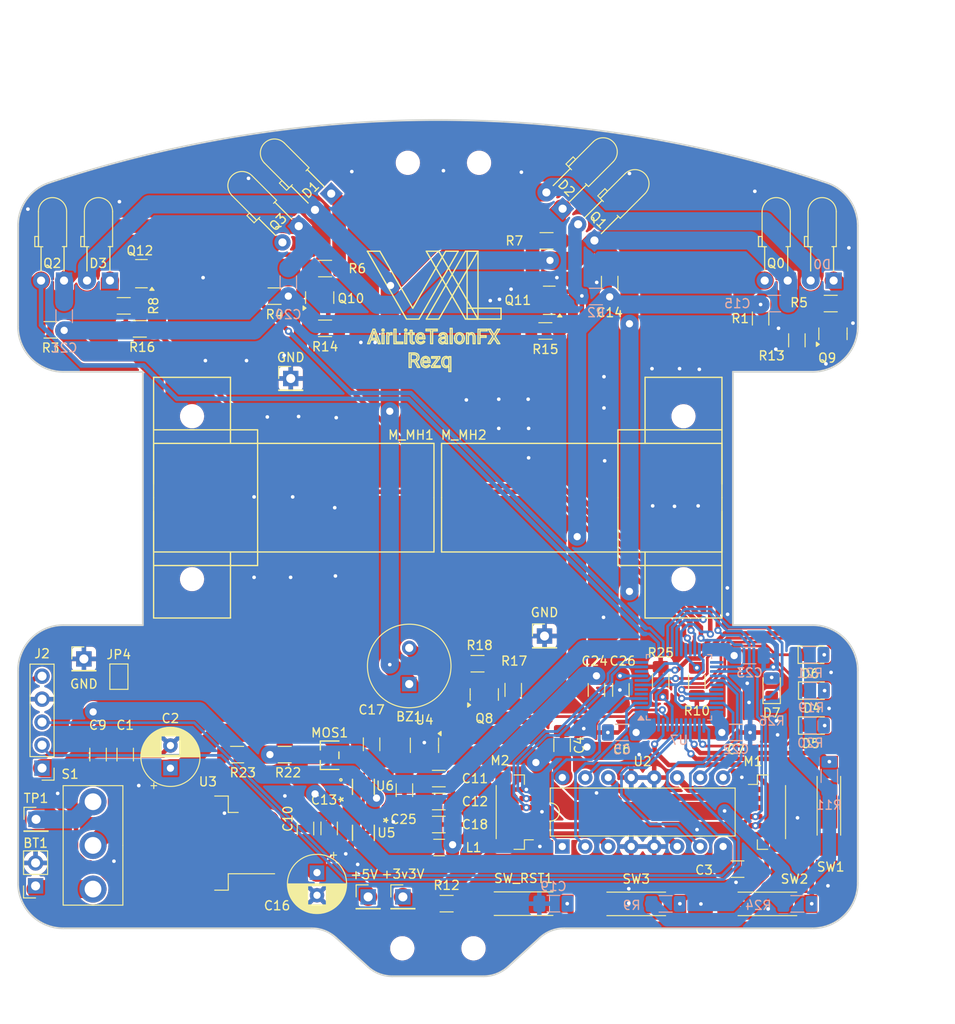
<source format=kicad_pcb>
(kicad_pcb (version 20240108) (generator "pcbnew") (generator_version "8.0")
  (layers (0 "F.Cu" signal) (31 "B.Cu" signal) (34 "B.Paste" user) (35 "F.Paste" user) (36 "B.SilkS" user "B.Silkscreen") (37 "F.SilkS" user "F.Silkscreen") (38 "B.Mask" user) (39 "F.Mask" user) (44 "Edge.Cuts" user))
  (net 0 "")
  (net 1 "Net-(BT1-+)")
  (net 2 "GND")
  (net 3 "Net-(BZ1-+)")
  (net 4 "+5V")
  (net 5 "BATT_NET")
  (net 6 "VCC")
  (net 7 "+5V_NET")
  (net 8 "+3V3")
  (net 9 "AGND")
  (net 10 "+3.3VA")
  (net 11 "RST")
  (net 12 "3V3_BYP")
  (net 13 "Net-(D0-K)")
  (net 14 "Net-(D1-K)")
  (net 15 "Net-(D2-K)")
  (net 16 "Net-(D3-K)")
  (net 17 "LED_RED")
  (net 18 "Net-(D4-A)")
  (net 19 "LED_GREEN")
  (net 20 "Net-(D5-A)")
  (net 21 "Net-(D6-A)")
  (net 22 "LED_BLUE")
  (net 23 "USART1_RX")
  (net 24 "USART1_TX")
  (net 25 "+3V3_NET")
  (net 26 "SWDCLK")
  (net 27 "SWDIO")
  (net 28 "SWO")
  (net 29 "M2_OUT_1")
  (net 30 "M2_OUT_2")
  (net 31 "M2_ENC_A")
  (net 32 "M2_ENC_B")
  (net 33 "M1_OUT_1")
  (net 34 "M1_OUT_2")
  (net 35 "M1_ENC_A")
  (net 36 "M1_ENC_B")
  (net 37 "RECEIV_1")
  (net 38 "RECEIV_2")
  (net 39 "RECEIV_4")
  (net 40 "RECEIV_3")
  (net 41 "Net-(Q8-D)")
  (net 42 "BUZZER")
  (net 43 "EMIT_1")
  (net 44 "Net-(Q9-D)")
  (net 45 "Net-(Q10-D)")
  (net 46 "EMIT_2")
  (net 47 "Net-(Q11-D)")
  (net 48 "EMIT_4")
  (net 49 "EMIT_3")
  (net 50 "BUTTON_3")
  (net 51 "BUTTON")
  (net 52 "V_METER")
  (net 53 "BUTTON_2")
  (net 54 "Net-(S1-Pad3)")
  (net 55 "M2_BACK")
  (net 56 "M1_FWD")
  (net 57 "M2_SPD")
  (net 58 "M1_SPD")
  (net 59 "M2_FWD")
  (net 60 "M1_BACK")
  (net 63 "Net-(U7-PB2)")
  (net 64 "/BOOT0")
  (net 65 "Net-(U7-VSSA)")
  (net 67 "POWER_LED")
  (net 71 "Net-(D7-A)")
  (net 72 "Net-(Q12-D)")
  (footprint "Capacitor_SMD:C_1206_3216Metric_Pad1.33x1.80mm_HandSolder" (layer "F.Cu") (at 218.5643 118.5426 -90)
    (property "Reference" "C14")
    (property "Value" "1uF")
  )
  (footprint "Capacitor_SMD:C_1206_3216Metric_Pad1.33x1.80mm_HandSolder" (layer "F.Cu") (at 217.1 163.55 -90)
    (property "Reference" "C24")
    (property "Value" "0.01uF")
  )
  (footprint "Package_TO_SOT_SMD:SOT-23" (layer "F.Cu") (at 211.8818 120.4863 180)
    (property "Reference" "Q11")
    (property "Value" "Q_NMOS_GSD")
  )
  (footprint "Capacitor_SMD:C_1206_3216Metric_Pad1.33x1.80mm_HandSolder" (layer "F.Cu") (at 164.998 170.694 -90)
    (property "Reference" "C1")
    (property "Value" "0.1uF" (hide yes))
  )
  (footprint "Connector_PinHeader_2.54mm:PinHeader_1x01_P2.54mm_Vertical" (layer "F.Cu") (at 195.7 186.42)
    (property "Reference" "+3v3V")
    (property "Value" "TP_3V3")
  )
  (footprint "custom_foot:SOT-23F_TOS" (layer "F.Cu") (at 187.6 170.767349 90)
    (property "Reference" "MOS1")
    (property "Value" "SSM3K335R_LF")
  )
  (footprint "Connector_JST:JST_SH_BM06B-SRSS-TB_1x06-1MP_P1.00mm_Vertical" (layer "F.Cu") (at 208.025 177.05 90)
    (property "Reference" "M2")
    (property "Value" "M2_Conn_Alt")
  )
  (footprint "MountingHole:MountingHole_2.2mm_M2" (layer "F.Cu") (at 195.6353 192.1)
    (property "Reference" "SK3" (hide yes))
    (property "Value" "M2")
  )
  (footprint "MM_Library:Motor_mouse" (layer "F.Cu") (at 199.1376 142.2992)
    (property "Reference" "M_MH1")
    (property "Value" "M2")
  )
  (footprint "Button_Switch_SMD:SW_SPST_REED_CT05-XXXX-G1" (layer "F.Cu") (at 236 187.1924 180)
    (property "Reference" "SW2")
    (property "Value" "SW")
  )
  (footprint "Resistor_SMD:R_1206_3216Metric_Pad1.30x1.75mm_HandSolder" (layer "F.Cu") (at 164.8376 121.1012)
    (property "Reference" "R8")
    (property "Value" "35")
  )
  (footprint "MM_Library:MM Switch" (layer "F.Cu") (at 156.308 180.702 -90)
    (property "Reference" "S1")
    (property "Value" "EG1218")
  )
  (footprint "Resistor_SMD:R_1206_3216Metric_Pad1.30x1.75mm_HandSolder" (layer "F.Cu") (at 243 120.8472 180)
    (property "Reference" "R5")
    (property "Value" "35")
  )
  (footprint "LED_SMD:LED_0805_2012Metric_Pad1.15x1.40mm_HandSolder" (layer "F.Cu") (at 241.2582 159.6588)
    (property "Reference" "D6")
    (property "Value" "LED")
  )
  (footprint "Connector_PinSocket_2.54mm:PinSocket_1x02_P2.54mm_Vertical" (layer "F.Cu") (at 155.088 185.204 180)
    (property "Reference" "BT1" (hide yes))
    (property "Value" "Battery_Cell")
  )
  (footprint "Resistor_SMD:R_1206_3216Metric_Pad1.30x1.75mm_HandSolder" (layer "F.Cu") (at 200.533 187.167)
    (property "Reference" "R12")
    (property "Value" "47K")
  )
  (footprint "Jumper:SolderJumper-2_P1.3mm_Bridged_Pad1.0x1.5mm" (layer "F.Cu") (at 164.3 162.08 90)
    (property "Reference" "JP4")
    (property "Value" "Jumper_2_Open")
  )
  (footprint "Package_TO_SOT_SMD:SOT-23" (layer "F.Cu") (at 243.25 124.1875 90)
    (property "Reference" "Q9")
    (property "Value" "Q_NMOS_GSD")
  )
  (footprint "Resistor_SMD:R_1206_3216Metric_Pad1.30x1.75mm_HandSolder" (layer "F.Cu") (at 181.509 120.0274 180)
    (property "Reference" "R4")
    (property "Value" "1.8k")
  )
  (footprint "LED_SMD:LED_0805_2012Metric_Pad1.15x1.40mm_HandSolder" (layer "F.Cu") (at 236.474 163.19 90)
    (property "Reference" "D7")
    (property "Value" "LED")
  )
  (footprint "Capacitor_SMD:C_1206_3216Metric_Pad1.33x1.80mm_HandSolder" (layer "F.Cu") (at 213.3 169.65 90)
    (property "Reference" "C4")
    (property "Value" "0.1uF")
  )
  (footprint "MM_Library:Emitter" (layer "F.Cu") (at 213.36 110.363 135)
    (property "Reference" "D2")
    (property "Value" "SFH4545")
  )
  (footprint "MM_Library:Emitter" (layer "F.Cu") (at 184.183 112.29 -135)
    (property "Reference" "Q3")
    (property "Value" "TEFT4300")
  )
  (footprint "Resistor_SMD:R_1206_3216Metric_Pad1.30x1.75mm_HandSolder" (layer "F.Cu") (at 166.6156 123.6412)
    (property "Reference" "R16")
    (property "Value" "47k")
  )
  (footprint "Resistor_SMD:R_1206_3216Metric_Pad1.30x1.75mm_HandSolder" (layer "F.Cu") (at 211.582 113.919 180)
    (property "Reference" "R7")
    (property "Value" "35")
  )
  (footprint "LED_SMD:LED_0805_2012Metric_Pad1.15x1.40mm_HandSolder" (layer "F.Cu") (at 241.309 167.482)
    (property "Reference" "D5")
    (property "Value" "LED")
  )
  (footprint "MountingHole:MountingHole_2.2mm_M2" (layer "F.Cu") (at 204.12 105.29)
    (property "Reference" "SK2" (hide yes))
    (property "Value" "M2")
  )
  (footprint "Resistor_SMD:R_1206_3216Metric_Pad1.30x1.75mm_HandSolder" (layer "F.Cu") (at 224.2 162.55 -90)
    (property "Reference" "R25")
    (property "Value" "10K")
  )
  (footprint "Connector_PinHeader_2.54mm:PinHeader_1x01_P2.54mm_Vertical" (layer "F.Cu") (at 155.14 177.85)
    (property "Reference" "TP1")
    (property "Value" "V_EXT_TP")
  )
  (footprint "Resistor_SMD:R_1206_3216Metric_Pad1.30x1.75mm_HandSolder" (layer "F.Cu") (at 235.25 122.5 -90)
    (property "Reference" "R1")
    (property "Value" "1.8k")
  )
  (footprint "Connector_PinHeader_2.54mm:PinHeader_1x01_P2.54mm_Vertical" (layer "F.Cu") (at 191.86 186.42)
    (property "Reference" "+5V")
    (property "Value" "TP_5V")
  )
  (footprint "Capacitor_SMD:C_1206_3216Metric_Pad1.33x1.80mm_HandSolder" (layer "F.Cu") (at 192.239 169.552 90)
    (property "Reference" "C17")
    (property "Value" "1uF")
  )
  (footprint "Resistor_SMD:R_1206_3216Metric_Pad1.30x1.75mm_HandSolder" (layer "F.Cu") (at 211.4523 123.8758)
    (property "Reference" "R15")
    (property "Value" "47k")
  )
  (footprint "Capacitor_SMD:C_1206_3216Metric_Pad1.33x1.80mm_HandSolder" (layer "F.Cu") (at 232.7 183.35)
    (property "Reference" "C3")
    (property "Value" "1uF")
  )
  (footprint "Capacitor_SMD:C_1206_3216Metric_Pad1.33x1.80mm_HandSolder" (layer "F.Cu") (at 187.5492 178.8484 90)
    (property "Reference" "C13")
    (property "Value" "0.1uF")
  )
  (footprint "Resistor_SMD:R_1206_3216Metric_Pad1.30x1.75mm_HandSolder" (layer "F.Cu") (at 228.2 162.65 90)
    (property "Reference" "R10")
    (property "Value" "10K")
  )
  (footprint "Resistor_SMD:R_1206_3216Metric_Pad1.30x1.75mm_HandSolder" (layer "F.Cu") (at 177.3694 170.694 180)
    (property "Reference" "R23")
    (property "Value" "10K")
  )
  (footprint "Capacitor_SMD:C_1206_3216Metric_Pad1.33x1.80mm_HandSolder" (layer "F.Cu") (at 161.998 170.694 90)
    (property "Reference" "C9")
    (property "Value" "10uF" (hide yes))
  )
  (footprint "Package_TO_SOT_SMD:SOT-23-5" (layer "F.Cu") (at 198.084 169.6645 -90)
    (property "Reference" "U4")
    (property "Value" "APE8865Y5-33-HF-3")
  )
  (footprint "MM_Library:Emitter" (layer "F.Cu") (at 158.2336 118.3072 180)
    (property "Reference" "Q2")
    (property "Value" "TEFT4300")
  )
  (footprint "Capacitor_SMD:C_1206_3216Metric_Pad1.33x1.80mm_HandSolder" (layer "F.Cu") (at 219.925 168.25 180)
    (property "Reference" "C6")
    (property "Value" "0.1uF")
  )
  (footprint "LED_SMD:LED_0805_2012Metric_Pad1.15x1.40mm_HandSolder" (layer "F.Cu") (at 241.3 163.6212)
    (property "Reference" "D4")
    (property "Value" "LED")
  )
  (footprint "Connector_PinHeader_2.54mm:PinHeader_1x01_P2.54mm_Vertical" (layer "F.Cu") (at 211.36 157.59)
    (property "Reference" "GND")
    (property "Value" "GND_TP")
  )
  (footprint "Capacitor_SMD:C_1206_3216Metric_Pad1.33x1.80mm_HandSolder" (layer "F.Cu") (at 199.669 175.882)
    (property "Reference" "C12")
    (property "Value" "0.1uF")
  )
  (footprint "Package_TO_SOT_SMD:SOT-23" (layer "F.Cu") (at 166.7911 117.5452 180)
    (property "Reference" "Q12")
    (property "Value" "Q_NMOS_GSD")
  )
  (footprint "Capacitor_THT:CP_Radial_D6.3mm_P2.50mm" (layer "F.Cu") (at 186.203 183.736621 -90)
    (property "Reference" "C16")
    (property "Value" "100uF")
  )
  (footprint "Resistor_SMD:R_1206_3216Metric_Pad1.30x1.75mm_HandSolder" (layer "F.Cu") (at 203.95 160.65 180)
    (property "Reference" "R18")
    (property "Value" "0")
  )
  (footprint "custom_foot:DCK6_TEX" (layer "F.Cu") (at 191.3338 179.33735 -90)
    (property "Reference" "U5")
    (property "Value" "LM66100DCKR")
  )
  (footprint "Capacitor_SMD:C_1206_3216Metric_Pad1.33x1.80mm_HandSolder" (layer "F.Cu") (at 199.669 173.342)
    (property "Reference" "C11")
    (property "Value" "10uF")
  )
  (footprint "Capacitor_SMD:C_1206_3216Metric_Pad1.33x1.80mm_HandSolder" (layer "F.Cu") (at 184.933 178.8615 90)
    (property "Reference" "C10")
    (property "Value" "10uF(Tantalum)")
  )
  (footprint "Capacitor_SMD:C_1206_3216Metric_Pad1.33x1.80mm_HandSolder" (layer "F.Cu") (at 195.869 174.622 -90)
    (property "Reference" "C25")
    (property "Value" "10nF")
  )
  (footprint "MountingHole:MountingHole_2.2mm_M2" (layer "F.Cu") (at 196.246 105.29)
    (property "Reference" "SK1" (hide yes))
    (property "Value" "M2")
  )
  (footprint "Button_Switch_SMD:SW_SPST_REED_CT05-XXXX-G1" (layer "F.Cu") (at 221.5 187.1924 180)
    (property "Reference" "SW3")
    (property "Value" "SW")
  )
  (footprint "MountingHole:MountingHole_2.2mm_M2" (layer "F.Cu") (at 203.5093 192.1)
    (property "Reference" "SK4" (hide yes))
    (property "Value" "M2")
  )
  (footprint "Capacitor_SMD:C_1206_3216Metric_Pad1.33x1.80mm_HandSolder" (layer "F.Cu") (at 232.525 168.25)
    (property "Reference" "C7")
    (property "Value" "0.1uF")
  )
  (footprint "Package_DIP:DIP-16_W7.62mm" (layer "F.Cu") (at 213.325 180.85 90)
    (property "Reference" "U2")
    (property "Value" "L293D")
  )
  (footprint "Resistor_SMD:R_1206_3216Metric_Pad1.30x1.75mm_HandSolder" (layer "F.Cu") (at 239.2596 124.9112 -90)
    (property "Reference" "R13")
    (property "Value" "47k")
  )
  (footprint "Capacitor_THT:CP_Radial_D6.3mm_P2.50mm" (layer "F.Cu") (at 169.998 172.194 90)
    (property "Reference" "C2")
    (property "Value" "100uF" (hide yes))
  )
  (footprint "Resistor_SMD:R_1206_3216Metric_Pad1.30x1.75mm_HandSolder" (layer "F.Cu") (at 187.097 116.9794 180)
    (property "Reference" "R6")
    (property "Value" "35")
  )
  (footprint "Button_Switch_SMD:SW_SPST_REED_CT05-XXXX-G1" (layer "F.Cu") (at 242.7986 176.35 -90)
    (property "Reference" "SW1")
    (property "Value" "SW")
  )
  (footprint "MM_Library:Emitter" (layer "F.Cu") (at 243.3236 118.3072 180)
    (property "Reference" "D0")
    (property "Value" "SFH4545")
  )
  (footprint "MM_Library:Emitter" (layer "F.Cu") (at 187.775102 108.697897 -135)
    (property "Reference" "D1")
    (property "Value" "SFH4545")
  )
  (footprint "Package_TO_SOT_SMD:SOT-23" (layer "F.Cu") (at 186.5 120.187499 90)
    (property "Reference" "Q10")
    (property "Value" "Q_NMOS_GSD")
  )
  (footprint "Buzzer_Beeper:MagneticBuzzer_PUI_AT-0927-TT-6-R" (layer "F.Cu") (at 196.4 162.9 90)
    (property "Reference" "BZ1")
    (property "Value" "Buzzer")
  )
  (footprint "Inductor_SMD:L_1206_3216Metric_Pad1.42x1.75mm_HandSolder" (layer "F.Cu") (at 199.7075 180.962)
    (property "Reference" "L1")
    (property "Value" "10uH")
  )
  (footprint "Resistor_SMD:R_1206_3216Metric_Pad1.30x1.75mm_HandSolder" (layer "F.Cu") (at 207.899 163.545 -90)
    (property "Reference" "R17")
    (property "Value" "47k")
  )
  (footprint "Resistor_SMD:R_1206_3216Metric_Pad1.30x1.75mm_HandSolder" (layer "F.Cu") (at 187.097 123.5834 180)
    (property "Reference" "R14")
    (property "Value" "47k")
  )
  (footprint "Connector_JST:JST_SH_BM06B-SRSS-TB_1x06-1MP_P1.00mm_Vertical" (layer "F.Cu") (at 236 177.05 -90)
    (property "Reference" "M1")
    (property "Value" "M1_Conn_Alt")
  )
  (footprint "Capacitor_SMD:C_1206_3216Metric_Pad1.33x1.80mm_HandSolder" (layer "F.Cu") (at 199.669 178.422)
    (property "Reference" "C18")
    (property "Value" "1uF")
  )
  (footprint "Connector_PinHeader_2.54mm:PinHeader_1x05_P2.54mm_Vertical" (layer "F.Cu") (at 155.8036 172.1866 180)
    (property "Reference" "J2")
    (property "Value" "SWD Header")
  )
  (footprint "MM_Library:Motor_mouse" (layer "F.Cu") (at 199.9751 142.2992 180)
    (property "Reference" "M_MH2")
    (property "Value" "M2")
  )
  (footprint "Connector_PinHeader_2.54mm:PinHeader_1x01_P2.54mm_Vertical" (layer "F.Cu") (at 183.3 129.13)
    (property "Reference" "GND")
    (property "Value" "GND_TP")
  )
  (footprint "custom_foot:DCK6_TEX" (layer "F.Cu") (at 191.3338 174.25735 90)
    (property "Reference" "U6")
    (property "Value" "LM66100DCKR")
  )
  (footprint "Button_Switch_SMD:SW_SPST_REED_CT05-XXXX-G1" (layer "F.Cu") (at 209.042 187.167 180)
    (property "Reference" "SW_RST1")
    (property "Value" "SW")
  )
  (footprint "MM_Library:Emitter" (layer "F.Cu") (at 238.2436 118.3072 180)
    (property "Reference" "Q0")
    (property "Value" "TEFT4300")
  )
  (footprint "Resistor_SMD:R_1206_3216Metric_Pad1.30x1.75mm_HandSolder" (layer "F.Cu") (at 182.6266 170.694 180)
    (property "Reference" "R22")
    (property "Value" "20K")
  )
  (footprint "Resistor_SMD:R_1206_3216Metric_Pad1.30x1.75mm_HandSolder" (layer "F.Cu") (at 156.75 123.75 180)
    (property "Reference" "R3")
    (property "Value" "1.8k")
  )
  (footprint "MM_Library:Emitter" (layer "F.Cu") (at 216.875888 113.878889 135)
    (property "Reference" "Q1")
    (property "Value" "TEFT4300")
  )
  (footprint "Capacitor_SMD:C_1206_3216Metric_Pad1.33x1.80mm_HandSolder" (layer "F.Cu") (at 219.8 163.55 -90)
    (property "Reference" "C26")
    (property "Value" "1uF")
  )
  (footprint "MM_Library:5V Voltage Reg" (layer "F.Cu") (at 173.417 172.444 180)
    (property "Reference" "U3")
    (property "Value" "LM1085-5.0")
  )
  (footprint "MM_Library:Emitter" (layer "F.Cu") (at 163.3136 118.3072 180)
    (property "Reference" "D3")
    (property "Value" "SFH4545")
  )
  (footprint "Package_TO_SOT_SMD:SOT-23" (layer "F.Cu") (at 204.7 164.05 90)
    (property "Reference" "Q8")
    (property "Value" "Q_NMOS_SGD")
  )
  (footprint "Connector_PinHeader_2.54mm:PinHeader_1x01_P2.54mm_Vertical" (layer "F.Cu") (at 160.43 160.12)
    (property "Reference" "GND")
    (property "Value" "GND_TP")
  )
  (footprint "Capacitor_SMD:C_1206_3216Metric_Pad1.33x1.80mm_HandSolder" (layer "B.Cu") (at 158.25 122.25 -90)
    (property "Reference" "C21")
    (property "Value" "1uF")
  )
  (footprint "Resistor_SMD:R_1206_3216Metric_Pad1.30x1.75mm_HandSolder" (layer "B.Cu") (at 240.6904 163.6212 180)
    (property "Reference" "R19")
    (property "Value" "750")
  )
  (footprint "Resistor_SMD:R_1206_3216Metric_Pad1.30x1.75mm_HandSolder" (layer "B.Cu") (at 240.6994 167.482 180)
    (property "Reference" "R20")
    (property "Value" "75")
  )
  (footprint "Resistor_SMD:R_1206_3216Metric_Pad1.30x1.75mm_HandSolder" (layer "B.Cu") (at 224.7512 187.1924)
    (property "Reference" "R9")
    (property "Value" "47K")
  )
  (footprint "Package_QFP:LQFP-48_7x7mm_P0.5mm" (layer "B.Cu") (at 226.225 163.25)
    (property "Reference" "U7")
    (property "Value" "STM32F103C8Tx")
  )
  (footprint "Resistor_SMD:R_1206_3216Metric_Pad1.30x1.75mm_HandSolder" (layer "B.Cu") (at 239.3148 187.1924)
    (property "Reference" "R24")
    (property "Value" "47K")
  )
  (footprint "Capacitor_SMD:C_1206_3216Metric_Pad1.33x1.80mm_HandSolder" (layer "B.Cu") (at 232.525 168.25)
    (property "Reference" "C22")
    (property "Value" "0.1uF")
  )
  (footprint "Resistor_SMD:R_1206_3216Metric_Pad1.30x1.75mm_HandSolder" (layer "B.Cu") (at 242.8494 173.048 90)
    (property "Reference" "R11")
    (property "Value" "47K")
  )
  (footprint "Resistor_SMD:R_1206_3216Metric_Pad1.30x1.75mm_HandSolder" (layer "B.Cu") (at 240.6486 159.6588 180)
    (property "Reference" "R21")
    (property "Value" "75")
  )
  (footprint "Capacitor_SMD:C_1206_3216Metric_Pad1.33x1.80mm_HandSolder" (layer "B.Cu") (at 234.025 159.75)
    (property "Reference" "C23")
    (property "Value" "10uF")
  )
  (footprint "Capacitor_SMD:C_1206_3216Metric_Pad1.33x1.80mm_HandSolder" (layer "B.Cu") (at 219.925 168.25 180)
    (property "Reference" "C5")
    (property "Value" "0.1uF")
  )
  (footprint "Resistor_SMD:R_1206_3216Metric_Pad1.30x1.75mm_HandSolder" (layer "B.Cu") (at 236.474 163.799 -90)
    (property "Reference" "R26")
    (property "Value" "750")
  )
  (footprint "Capacitor_SMD:C_1206_3216Metric_Pad1.33x1.80mm_HandSolder" (layer "B.Cu") (at 183.033 118.5034 -90)
    (property "Reference" "C20")
    (property "Value" "1uF")
  )
  (footprint "Capacitor_SMD:C_1206_3216Metric_Pad1.33x1.80mm_HandSolder" (layer "B.Cu") (at 212.344 187.167 180)
    (property "Reference" "C19")
    (property "Value" "0.1uF")
  )
  (footprint "Resistor_SMD:R_1206_3216Metric_Pad1.30x1.75mm_HandSolder" (layer "B.Cu") (at 217.0403 120.0666 180)
    (property "Reference" "R2")
    (property "Value" "1.8k")
  )
  (footprint "Capacitor_SMD:C_1206_3216Metric_Pad1.33x1.80mm_HandSolder" (layer "B.Cu") (at 236.75 120.8472 180)
    (property "Reference" "C15")
    (property "Value" "1uF")
  )
  (gr_line (start 194.932341 123.684269) (end 194.932341 125.106534) (stroke (width 0.15)) (layer "F.SilkS"))
  (gr_line (start 196.512636 123.806908) (end 196.715166 123.806908) (stroke (width 0.15)) (layer "F.SilkS"))
  (gr_line (start 197.121627 124.718994) (end 197.121627 124.681852) (stroke (width 0.15)) (layer "F.SilkS"))
  (gr_line (start 203.674068 124.49579) (end 203.674068 125.278579) (stroke (width 0.15)) (layer "F.SilkS"))
  (gr_curve (pts (xy 199.966508 124.289756) (xy 199.893274 124.344418) (xy 199.893274 124.422207) (xy 199.893274 124.422207)) (stroke (width 0.15)) (layer "F.SilkS"))
  (gr_line (start 204.001535 115.062) (end 199.671408 122.562) (stroke (width 0.15)) (layer "F.SilkS"))
  (gr_curve (pts (xy 196.786296 125.300654) (xy 196.650692 125.300654) (xy 196.581664 125.218486) (xy 196.581664 125.218486)) (stroke (width 0.15)) (layer "F.SilkS"))
  (gr_line (start 193.930553 124.093884) (end 194.127477 124.093884) (stroke (width 0.15)) (layer "F.SilkS"))
  (gr_line (start 194.503104 124.087226) (end 194.503104 124.27539) (stroke (width 0.15)) (layer "F.SilkS"))
  (gr_curve (pts (xy 194.403591 124.268032) (xy 194.204214 124.268032) (xy 194.133083 124.437624) (xy 194.133083 124.437624)) (stroke (width 0.15)) (layer "F.SilkS"))
  (gr_curve (pts (xy 193.596449 123.86157) (xy 193.565789 123.894508) (xy 193.506747 123.894508) (xy 193.506747 123.894508)) (stroke (width 0.15)) (layer "F.SilkS"))
  (gr_curve (pts (xy 197.377242 124.150123) (xy 197.498305 124.071809) (xy 197.639515 124.071809) (xy 197.639515 124.071809)) (stroke (width 0.15)) (layer "F.SilkS"))
  (gr_line (start 200.798703 126.836799) (end 200.807463 126.717663) (stroke (width 0.15)) (layer "F.SilkS"))
  (gr_curve (pts (xy 197.998498 124.224057) (xy 198.126568 124.376305) (xy 198.126568 124.659777) (xy 198.126568 124.659777)) (stroke (width 0.15)) (layer "F.SilkS"))
  (gr_line (start 204.998922 123.684269) (end 204.998922 123.857365) (stroke (width 0.15)) (layer "F.SilkS"))
  (gr_curve (pts (xy 200.430785 125.278579) (xy 200.413265 125.243539) (xy 200.402403 125.153838) (xy 200.402403 125.153838)) (stroke (width 0.15)) (layer "F.SilkS"))
  (gr_curve (pts (xy 199.99489 127.300025) (xy 199.99489 127.020758) (xy 200.12296 126.858173) (xy 200.12296 126.858173)) (stroke (width 0.15)) (layer "F.SilkS"))
  (gr_curve (pts (xy 200.398899 124.467058) (xy 200.398899 124.360887) (xy 200.335477 124.297991) (xy 200.335477 124.297991)) (stroke (width 0.15)) (layer "F.SilkS"))
  (gr_line (start 198.495537 127.201563) (end 198.495537 127.186145) (stroke (width 0.15)) (layer "F.SilkS"))
  (gr_curve (pts (xy 200.51488 127.759046) (xy 200.695686 127.759046) (xy 200.790994 127.598914) (xy 200.790994 127.598914)) (stroke (width 0.15)) (layer "F.SilkS"))
  (gr_curve (pts (xy 196.106349 123.696182) (xy 196.137009 123.730171) (xy 196.137009 123.779402) (xy 196.137009 123.779402)) (stroke (width 0.15)) (layer "F.SilkS"))
  (gr_line (start 205.140483 123.684269) (end 205.386813 123.684269) (stroke (width 0.15)) (layer "F.SilkS"))
  (gr_curve (pts (xy 194.413402 124.071809) (xy 194.472269 124.071809) (xy 194.503104 124.087226) (xy 194.503104 124.087226)) (stroke (width 0.15)) (layer "F.SilkS"))
  (gr_curve (pts (xy 200.481242 124.1743) (xy 200.597224 124.276792) (xy 200.601779 124.456195) (xy 200.601779 124.456195)) (stroke (width 0.15)) (layer "F.SilkS"))
  (gr_line (start 195.913806 124.093884) (end 196.116336 124.093884) (stroke (width 0.15)) (layer "F.SilkS"))
  (gr_curve (pts (xy 201.668565 124.14732) (xy 201.790679 124.071809) (xy 201.947307 124.071809) (xy 201.947307 124.071809)) (stroke (width 0.15)) (layer "F.SilkS"))
  (gr_line (start 192.167351 124.862307) (end 192.017381 125.278579) (stroke (width 0.15)) (layer "F.SilkS"))
  (gr_line (start 201.815895 115.062) (end 197.485768 122.562) (stroke (width 0.15)) (layer "F.SilkS"))
  (gr_curve (pts (xy 201.949409 125.300654) (xy 201.708686 125.300654) (xy 201.559066 125.132989) (xy 201.559066 125.132989)) (stroke (width 0.15)) (layer "F.SilkS"))
  (gr_line (start 198.126568 124.659777) (end 198.126568 124.744222) (stroke (width 0.15)) (layer "F.SilkS"))
  (gr_curve (pts (xy 202.192936 124.35931) (xy 202.100431 124.238248) (xy 201.947307 124.238248) (xy 201.947307 124.238248)) (stroke (width 0.15)) (layer "F.SilkS"))
  (gr_line (start 196.605491 127.085581) (end 196.928558 127.085581) (stroke (width 0.15)) (layer "F.SilkS"))
  (gr_curve (pts (xy 196.715166 124.984946) (xy 196.715166 125.056427) (xy 196.744774 125.091992) (xy 196.744774 125.091992)) (stroke (width 0.15)) (layer "F.SilkS"))
  (gr_line (start 193.606435 125.278579) (end 193.403905 125.278579) (stroke (width 0.15)) (layer "F.SilkS"))
  (gr_line (start 196.605491 127.257276) (end 196.605491 127.902359) (stroke (width 0.15)) (layer "F.SilkS"))
  (gr_curve (pts (xy 203.471538 124.494389) (xy 203.470487 124.366493) (xy 203.413021 124.305174) (xy 203.413021 124.305174)) (stroke (width 0.15)) (layer "F.SilkS"))
  (gr_curve (pts (xy 197.177691 127.004464) (xy 197.270196 126.923347) (xy 197.270196 126.787743) (xy 197.270196 126.787743)) (stroke (width 0.15)) (layer "F.SilkS"))
  (gr_line (start 196.792947 121.362) (end 200.430254 115.062) (stroke (width 0.15)) (layer "F.SilkS"))
  (gr_line (start 200.398899 124.703576) (end 200.240168 124.703576) (stroke (width 0.15)) (layer "F.SilkS"))
  (gr_line (start 198.773052 125.278579) (end 198.773052 123.857365) (stroke (width 0.15)) (layer "F.SilkS"))
  (gr_curve (pts (xy 193.506747 123.662194) (xy 193.565789 123.662194) (xy 193.596449 123.696182) (xy 193.596449 123.696182)) (stroke (width 0.15)) (layer "F.SilkS"))
  (gr_line (start 196.715166 123.806908) (end 196.715166 124.093884) (stroke (width 0.15)) (layer "F.SilkS"))
  (gr_line (start 196.980066 127.257276) (end 196.605491 127.257276) (stroke (width 0.15)) (layer "F.SilkS"))
  (gr_line (start 197.325909 127.902359) (end 196.980066 127.257276) (stroke (width 0.15)) (layer "F.SilkS"))
  (gr_curve (pts (xy 200.466876 126.695588) (xy 200.677115 126.695588) (xy 200.798703 126.836799) (xy 200.798703 126.836799)) (stroke (width 0.15)) (layer "F.SilkS"))
  (gr_line (start 200.807463 126.717663) (end 200.993524 126.717663) (stroke (width 0.15)) (layer "F.SilkS"))
  (gr_line (start 197.551565 127.889044) (end 197.551565 127.902359) (stroke (width 0.15)) (layer "F.SilkS"))
  (gr_curve (pts (xy 198.569997 126.847836) (xy 198.698067 127.000084) (xy 198.698067 127.283556) (xy 198.698067 127.283556)) (stroke (width 0.15)) (layer "F.SilkS"))
  (gr_line (start 198.98189 125.278579) (end 198.773052 125.278579) (stroke (width 0.15)) (layer "F.SilkS"))
  (gr_line (start 194.721051 123.684269) (end 194.932341 123.684269) (stroke (width 0.15)) (layer "F.SilkS"))
  (gr_line (start 202.488321 124.685005) (end 202.488321 124.699371) (stroke (width 0.15)) (layer "F.SilkS"))
  (gr_curve (pts (xy 199.689343 124.422207) (xy 199.689343 124.333556) (xy 199.752414 124.250862) (xy 199.752414 124.250862)) (stroke (width 0.15)) (layer "F.SilkS"))
  (gr_line (start 194.127477 124.093884) (end 194.130631 124.230539) (stroke (width 0.15)) (layer "F.SilkS"))
  (gr_curve (pts (xy 197.182071 126.561036) (xy 197.093946 126.482196) (xy 196.927507 126.481145) (xy 196.927507 126.481145)) (stroke (width 0.15)) (layer "F.SilkS"))
  (gr_curve (pts (xy 197.481486 126.787743) (xy 197.481486 126.936662) (xy 197.401069 127.047213) (xy 197.401069 127.047213)) (stroke (width 0.15)) (layer "F.SilkS"))
  (gr_curve (pts (xy 200.283968 126.97871) (xy 200.19742 127.095392) (xy 200.19742 127.323151) (xy 200.19742 127.323151)) (stroke (width 0.15)) (layer "F.SilkS"))
  (gr_curve (pts (xy 200.275383 125.074823) (xy 200.360705 125.025592) (xy 200.398899 124.946752) (xy 200.398899 124.946752)) (stroke (width 0.15)) (layer "F.SilkS"))
  (gr_line (start 205.896992 124.474766) (end 206.412778 125.278579) (stroke (width 0.15)) (layer "F.SilkS"))
  (gr_curve (pts (xy 197.844148 127.766054) (xy 197.693126 127.607674) (xy 197.693126 127.342773) (xy 197.693126 127.342773)) (stroke (width 0.15)) (layer "F.SilkS"))
  (gr_curve (pts (xy 197.336421 126.430688) (xy 197.481486 126.553327) (xy 197.481486 126.787743) (xy 197.481486 126.787743)) (stroke (width 0.15)) (layer "F.SilkS"))
  (gr_curve (pts (xy 196.928558 127.085581) (xy 197.085186 127.085581) (xy 197.177691 127.004464) (xy 197.177691 127.004464)) (stroke (width 0.15)) (layer "F.SilkS"))
  (gr_curve (pts (xy 200.12296 126.858173) (xy 200.251031 126.695588) (xy 200.466876 126.695588) (xy 200.466876 126.695588)) (stroke (width 0.15)) (layer "F.SilkS"))
  (gr_curve (pts (xy 197.693126 127.305631) (xy 197.693126 127.129381) (xy 197.760402 126.990799) (xy 197.760402 126.990799)) (stroke (width 0.15)) (layer "F.SilkS"))
  (gr_line (start 191.77 115.062) (end 193.155641 115.062) (stroke (width 0.15)) (layer "F.SilkS"))
  (gr_curve (pts (xy 201.947307 124.238248) (xy 201.797337 124.238248) (xy 201.705357 124.357558) (xy 201.705357 124.357558)) (stroke (width 0.15)) (layer "F.SilkS"))
  (gr_curve (pts (xy 199.777643 125.201492) (xy 199.665516 125.102329) (xy 199.665516 124.949906) (xy 199.665516 124.949906)) (stroke (width 0.15)) (layer "F.SilkS"))
  (gr_line (start 199.494522 123.684269) (end 199.494522 123.857365) (stroke (width 0.15)) (layer "F.SilkS"))
  (gr_curve (pts (xy 197.639515 124.071809) (xy 197.870427 124.071809) (xy 197.998498 124.224057) (xy 197.998498 124.224057)) (stroke (width 0.15)) (layer "F.SilkS"))
  (gr_curve (pts (xy 199.752414 124.250862) (xy 199.815486 124.168168) (xy 199.923233 124.119989) (xy 199.923233 124.119989)) (stroke (width 0.15)) (layer "F.SilkS"))
  (gr_curve (pts (xy 199.806201 124.66258) (xy 199.946885 124.560264) (xy 200.201975 124.560264) (xy 200.201975 124.560264)) (stroke (width 0.15)) (layer "F.SilkS"))
  (gr_line (start 200.398899 124.946752) (end 200.398899 124.703576) (stroke (width 0.15)) (layer "F.SilkS"))
  (gr_curve (pts (xy 197.270196 126.787743) (xy 197.270196 126.639875) (xy 197.182071 126.561036) (xy 197.182071 126.561036)) (stroke (width 0.15)) (layer "F.SilkS"))
  (gr_line (start 197.902314 127.201563) (end 198.495537 127.201563) (stroke (width 0.15)) (layer "F.SilkS"))
  (gr_line (start 205.645056 124.474766) (end 205.140483 123.684269) (stroke (width 0.15)) (layer "F.SilkS"))
  (gr_line (start 192.231124 124.68956) (end 192.773189 124.68956) (stroke (width 0.15)) (layer "F.SilkS"))
  (gr_line (start 193.930553 125.278579) (end 193.930553 124.093884) (stroke (width 0.15)) (layer "F.SilkS"))
  (gr_line (start 205.377002 125.278579) (end 205.128219 125.278579) (stroke (width 0.15)) (layer "F.SilkS"))
  (gr_line (start 195.688149 125.278579) (end 194.721051 125.278579) (stroke (width 0.15)) (layer "F.SilkS"))
  (gr_line (start 196.512636 124.250512) (end 196.29679 124.250512) (stroke (width 0.15)) (layer "F.SilkS"))
  (gr_curve (pts (xy 201.409446 124.675194) (xy 201.409446 124.501046) (xy 201.477949 124.361938) (xy 201.477949 124.361938)) (stroke (width 0.15)) (layer "F.SilkS"))
  (gr_line (start 196.29679 124.093884) (end 196.512636 124.093884) (stroke (width 0.15)) (layer "F.SilkS"))
  (gr_line (start 204.890649 124.57463) (end 204.221389 124.57463) (stroke (width 0.15)) (layer "F.SilkS"))
  (gr_line (start 203.471538 125.278579) (end 203.471538 124.494389) (stroke (width 0.15)) (layer "F.SilkS"))
  (gr_curve (pts (xy 197.272649 125.142274) (xy 197.121627 124.983895) (xy 197.121627 124.718994) (xy 197.121627 124.718994)) (stroke (width 0.15)) (layer "F.SilkS"))
  (gr_line (start 204.221389 123.857365) (end 204.221389 124.402584) (stroke (width 0.15)) (layer "F.SilkS"))
  (gr_curve (pts (xy 196.137009 123.779402) (xy 196.137009 123.828633) (xy 196.106349 123.86157) (xy 196.106349 123.86157)) (stroke (width 0.15)) (layer "F.SilkS"))
  (gr_curve (pts (xy 197.924038 124.562366) (xy 197.915278 124.408191) (xy 197.840819 124.323219) (xy 197.840819 124.323219)) (stroke (width 0.15)) (layer "F.SilkS"))
  (gr_curve (pts (xy 202.488321 124.699371) (xy 202.488321 124.872468) (xy 202.421921 125.009824) (xy 202.421921 125.009824)) (stroke (width 0.15)) (layer "F.SilkS"))
  (gr_line (start 196.512636 124.093884) (end 196.512636 123.806908) (stroke (width 0.15)) (layer "F.SilkS"))
  (gr_curve (pts (xy 198.247105 127.759046) (xy 198.354327 127.759046) (xy 198.428786 127.715246) (xy 198.428786 127.715246)) (stroke (width 0.15)) (layer "F.SilkS"))
  (gr_line (start 195.688149 125.106534) (end 195.688149 125.278579) (stroke (width 0.15)) (layer "F.SilkS"))
  (gr_line (start 192.017381 125.278579) (end 191.800835 125.278579) (stroke (width 0.15)) (layer "F.SilkS"))
  (gr_line (start 196.116336 125.278579) (end 195.913806 125.278579) (stroke (width 0.15)) (layer "F.SilkS"))
  (gr_line (start 196.715166 124.093884) (end 196.936267 124.093884) (stroke (width 0.15)) (layer "F.SilkS"))
  (gr_line (start 204.001535 122.562) (end 202.615895 122.562) (stroke (width 0.15)) (layer "F.SilkS"))
  (gr_line (start 196.100127 122.562) (end 191.77 115.062) (stroke (width 0.15)) (layer "F.SilkS"))
  (gr_line (start 198.285768 115.062) (end 199.671408 115.062) (stroke (width 0.15)) (layer "F.SilkS"))
  (gr_curve (pts (xy 201.705357 124.357558) (xy 201.613378 124.476869) (xy 201.613378 124.699371) (xy 201.613378 124.699371)) (stroke (width 0.15)) (layer "F.SilkS"))
  (gr_line (start 199.7836 126.860976) (end 199.1231 127.736971) (stroke (width 0.15)) (layer "F.SilkS"))
  (gr_curve (pts (xy 193.417571 123.696182) (xy 193.447705 123.662194) (xy 193.506747 123.662194) (xy 193.506747 123.662194)) (stroke (width 0.15)) (layer "F.SilkS"))
  (gr_curve (pts (xy 202.940335 124.242803) (xy 203.076289 124.071809) (xy 203.295288 124.071809) (xy 203.295288 124.071809)) (stroke (width 0.15)) (layer "F.SilkS"))
  (gr_line (start 202.94489 125.278579) (end 202.74236 125.278579) (stroke (width 0.15)) (layer "F.SilkS"))
  (gr_curve (pts (xy 197.401069 127.047213) (xy 197.320653 127.157763) (xy 197.17699 127.212425) (xy 197.17699 127.212425)) (stroke (width 0.15)) (layer "F.SilkS"))
  (gr_line (start 206.153133 123.684269) (end 206.400514 123.684269) (stroke (width 0.15)) (layer "F.SilkS"))
  (gr_line (start 194.133083 125.278579) (end 193.930553 125.278579) (stroke (width 0.15)) (layer "F.SilkS"))
  (gr_curve (pts (xy 193.596449 123.696182) (xy 193.627109 123.730171) (xy 193.627109 123.779402) (xy 193.627109 123.779402)) (stroke (width 0.15)) (layer "F.SilkS"))
  (gr_line (start 202.615895 115.062) (end 204.001535 115.062) (stroke (width 0.15)) (layer "F.SilkS"))
  (gr_curve (pts (xy 198.428786 127.715246) (xy 198.503246 127.671446) (xy 198.55931 127.598914) (xy 198.55931 127.598914)) (stroke (width 0.15)) (layer "F.SilkS"))
  (gr_curve (pts (xy 201.559066 125.132989) (xy 201.409446 124.965323) (xy 201.409446 124.68956) (xy 201.409446 124.68956)) (stroke (width 0.15)) (layer "F.SilkS"))
  (gr_line (start 200.201975 124.560264) (end 200.398899 124.560264) (stroke (width 0.15)) (layer "F.SilkS"))
  (gr_line (start 198.88553 126.885154) (end 198.88553 126.717663) (stroke (width 0.15)) (layer "F.SilkS"))
  (gr_line (start 199.99489 127.314391) (end 199.99489 127.300025) (stroke (width 0.15)) (layer "F.SilkS"))
  (gr_curve (pts (xy 197.675606 125.135266) (xy 197.782828 125.135266) (xy 197.857287 125.091467) (xy 197.857287 125.091467)) (stroke (width 0.15)) (layer "F.SilkS"))
  (gr_line (start 202.801535 115.062) (end 204.001535 115.062) (stroke (width 0.15)) (layer "F.SilkS"))
  (gr_curve (pts (xy 201.949409 125.135266) (xy 202.103935 125.135266) (xy 202.194688 125.014204) (xy 202.194688 125.014204)) (stroke (width 0.15)) (layer "F.SilkS"))
  (gr_line (start 192.773189 124.68956) (end 192.501631 123.943914) (stroke (width 0.15)) (layer "F.SilkS"))
  (gr_line (start 198.875719 127.902359) (end 198.875719 127.75344) (stroke (width 0.15)) (layer "F.SilkS"))
  (gr_curve (pts (xy 197.857287 125.091467) (xy 197.931747 125.047667) (xy 197.987811 124.975135) (xy 197.987811 124.975135)) (stroke (width 0.15)) (layer "F.SilkS"))
  (gr_line (start 192.501631 123.943914) (end 192.231124 124.68956) (stroke (width 0.15)) (layer "F.SilkS"))
  (gr_curve (pts (xy 197.760402 126.990799) (xy 197.827679 126.852216) (xy 197.948741 126.773902) (xy 197.948741 126.773902)) (stroke (width 0.15)) (layer "F.SilkS"))
  (gr_line (start 202.933677 124.093884) (end 202.940335 124.242803) (stroke (width 0.15)) (layer "F.SilkS"))
  (gr_curve (pts (xy 197.895656 127.368002) (xy 197.899861 127.543201) (xy 197.997972 127.651123) (xy 197.997972 127.651123)) (stroke (width 0.15)) (layer "F.SilkS"))
  (gr_curve (pts (xy 195.927471 123.86157) (xy 195.897337 123.828633) (xy 195.897337 123.779577) (xy 195.897337 123.779577)) (stroke (width 0.15)) (layer "F.SilkS"))
  (gr_curve (pts (xy 201.477949 124.361938) (xy 201.546452 124.22283) (xy 201.668565 124.14732) (xy 201.668565 124.14732)) (stroke (width 0.15)) (layer "F.SilkS"))
  (gr_line (start 196.941873 125.114243) (end 196.941873 125.278579) (stroke (width 0.15)) (layer "F.SilkS"))
  (gr_line (start 196.394201 127.902359) (end 196.394201 126.308048) (stroke (width 0.15)) (layer "F.SilkS"))
  (gr_line (start 196.116336 124.093884) (end 196.116336 125.278579) (stroke (width 0.15)) (layer "F.SilkS"))
  (gr_line (start 193.203478 125.278579) (end 192.987633 125.278579) (stroke (width 0.15)) (layer "F.SilkS"))
  (gr_curve (pts (xy 200.517333 126.862027) (xy 200.370516 126.862027) (xy 200.283968 126.97871) (xy 200.283968 126.97871)) (stroke (width 0.15)) (layer "F.SilkS"))
  (gr_line (start 200.790994 127.598914) (end 200.790994 127.018655) (stroke (width 0.15)) (layer "F.SilkS"))
  (gr_line (start 204.011151 123.684269) (end 204.998922 123.684269) (stroke (width 0.15)) (layer "F.SilkS"))
  (gr_curve (pts (xy 195.897337 123.779577) (xy 195.897337 123.730171) (xy 195.927471 123.696182) (xy 195.927471 123.696182)) (stroke (width 0.15)) (layer "F.SilkS"))
  (gr_line (start 196.936267 124.250512) (end 196.715166 124.250512) (stroke (width 0.15)) (layer "F.SilkS"))
  (gr_line (start 204.001535 122.562) (end 206.551535 122.562) (stroke (width 0.15)) (layer "F.SilkS"))
  (gr_line (start 202.74236 124.093884) (end 202.933677 124.093884) (stroke (width 0.15)) (layer "F.SilkS"))
  (gr_line (start 200.993524 128.357876) (end 200.790994 128.357876) (stroke (width 0.15)) (layer "F.SilkS"))
  (gr_curve (pts (xy 197.188903 124.367019) (xy 197.25618 124.228437) (xy 197.377242 124.150123) (xy 197.377242 124.150123)) (stroke (width 0.15)) (layer "F.SilkS"))
  (gr_line (start 199.529561 126.885154) (end 198.88553 126.885154) (stroke (width 0.15)) (layer "F.SilkS"))
  (gr_curve (pts (xy 198.683 127.695274) (xy 198.534081 127.924434) (xy 198.236243 127.924434) (xy 198.236243 127.924434)) (stroke (width 0.15)) (layer "F.SilkS"))
  (gr_line (start 205.771199 124.295363) (end 206.153133 123.684269) (stroke (width 0.15)) (layer "F.SilkS"))
  (gr_curve (pts (xy 197.840819 124.323219) (xy 197.766359 124.238248) (xy 197.639515 124.238248) (xy 197.639515 124.238248)) (stroke (width 0.15)) (layer "F.SilkS"))
  (gr_curve (pts (xy 201.613378 124.699371) (xy 201.613378 124.896295) (xy 201.704832 125.015781) (xy 201.704832 125.015781)) (stroke (width 0.15)) (layer "F.SilkS"))
  (gr_curve (pts (xy 193.506747 123.894508) (xy 193.447705 123.894508) (xy 193.417571 123.86157) (xy 193.417571 123.86157)) (stroke (width 0.15)) (layer "F.SilkS"))
  (gr_curve (pts (xy 196.744774 125.091992) (xy 196.774383 125.127558) (xy 196.845514 125.127558) (xy 196.845514 125.127558)) (stroke (width 0.15)) (layer "F.SilkS"))
  (gr_line (start 196.936267 124.093884) (end 196.936267 124.250512) (stroke (width 0.15)) (layer "F.SilkS"))
  (gr_curve (pts (xy 200.402403 125.153838) (xy 200.261192 125.300654) (xy 200.064969 125.300654) (xy 200.064969 125.300654)) (stroke (width 0.15)) (layer "F.SilkS"))
  (gr_line (start 200.790994 128.357876) (end 200.790994 127.792684) (stroke (width 0.15)) (layer "F.SilkS"))
  (gr_curve (pts (xy 199.868046 124.921524) (xy 199.868046 125.016832) (xy 199.931468 125.070443) (xy 199.931468 125.070443)) (stroke (width 0.15)) (layer "F.SilkS"))
  (gr_curve (pts (xy 202.232356 125.223917) (xy 202.109191 125.300654) (xy 201.949409 125.300654) (xy 201.949409 125.300654)) (stroke (width 0.15)) (layer "F.SilkS"))
  (gr_line (start 192.593435 123.684269) (end 193.203478 125.278579) (stroke (width 0.15)) (layer "F.SilkS"))
  (gr_curve (pts (xy 196.106349 123.86157) (xy 196.075689 123.894508) (xy 196.016647 123.894508) (xy 196.016647 123.894508)) (stroke (width 0.15)) (layer "F.SilkS"))
  (gr_curve (pts (xy 200.464773 127.924434) (xy 200.24998 127.924434) (xy 200.122435 127.757294) (xy 200.122435 127.757294)) (stroke (width 0.15)) (layer "F.SilkS"))
  (gr_curve (pts (xy 203.060696 124.296414) (xy 202.986237 124.348974) (xy 202.94489 124.434471) (xy 202.94489 124.434471)) (stroke (width 0.15)) (layer "F.SilkS"))
  (gr_line (start 198.875719 127.75344) (end 199.529561 126.885154) (stroke (width 0.15)) (layer "F.SilkS"))
  (gr_line (start 199.1231 127.736971) (end 199.816187 127.736971) (stroke (width 0.15)) (layer "F.SilkS"))
  (gr_curve (pts (xy 193.387437 123.779577) (xy 193.387437 123.730171) (xy 193.417571 123.696182) (xy 193.417571 123.696182)) (stroke (width 0.15)) (layer "F.SilkS"))
  (gr_line (start 196.605491 127.902359) (end 196.394201 127.902359) (stroke (width 0.15)) (layer "F.SilkS"))
  (gr_line (start 197.17699 127.212425) (end 197.551565 127.889044) (stroke (width 0.15)) (layer "F.SilkS"))
  (gr_curve (pts (xy 198.005155 126.951379) (xy 197.921936 127.04073) (xy 197.902314 127.201563) (xy 197.902314 127.201563)) (stroke (width 0.15)) (layer "F.SilkS"))
  (gr_line (start 192.409476 123.684269) (end 192.593435 123.684269) (stroke (width 0.15)) (layer "F.SilkS"))
  (gr_curve (pts (xy 199.923233 124.119989) (xy 200.030981 124.071809) (xy 200.160278 124.071809) (xy 200.160278 124.071809)) (stroke (width 0.15)) (layer "F.SilkS"))
  (gr_curve (pts (xy 200.160278 124.071809) (xy 200.36526 124.071809) (xy 200.481242 124.1743) (xy 200.481242 124.1743)) (stroke (width 0.15)) (layer "F.SilkS"))
  (gr_line (start 200.430254 115.062) (end 201.815895 115.062) (stroke (width 0.15)) (layer "F.SilkS"))
  (gr_line (start 198.55931 127.598914) (end 198.683 127.695274) (stroke (width 0.15)) (layer "F.SilkS"))
  (gr_curve (pts (xy 198.211014 126.862027) (xy 198.088375 126.862027) (xy 198.005155 126.951379) (xy 198.005155 126.951379)) (stroke (width 0.15)) (layer "F.SilkS"))
  (gr_curve (pts (xy 196.016647 123.894508) (xy 195.957605 123.894508) (xy 195.927471 123.86157) (xy 195.927471 123.86157)) (stroke (width 0.15)) (layer "F.SilkS"))
  (gr_line (start 197.485768 122.562) (end 196.100127 122.562) (stroke (width 0.15)) (layer "F.SilkS"))
  (gr_line (start 206.412778 125.278579) (end 206.162944 125.278579) (stroke (width 0.15)) (layer "F.SilkS"))
  (gr_line (start 200.643126 125.278579) (end 200.430785 125.278579) (stroke (width 0.15)) (layer "F.SilkS"))
  (gr_line (start 199.671408 122.562) (end 198.285768 122.562) (stroke (width 0.15)) (layer "F.SilkS"))
  (gr_curve (pts (xy 196.016647 123.662194) (xy 196.075689 123.662194) (xy 196.106349 123.696182) (xy 196.106349 123.696182)) (stroke (width 0.15)) (layer "F.SilkS"))
  (gr_line (start 199.671408 115.062) (end 204.001535 122.562) (stroke (width 0.15)) (layer "F.SilkS"))
  (gr_line (start 196.927507 126.481145) (end 196.605491 126.481145) (stroke (width 0.15)) (layer "F.SilkS"))
  (gr_line (start 201.139289 123.596669) (end 201.139289 125.278579) (stroke (width 0.15)) (layer "F.SilkS"))
  (gr_line (start 198.285768 122.562) (end 202.615895 115.062) (stroke (width 0.15)) (layer "F.SilkS"))
  (gr_line (start 204.001535 122.562) (end 202.801535 122.562) (stroke (width 0.15)) (layer "F.SilkS"))
  (gr_line (start 202.615895 122.562) (end 198.285768 115.062) (stroke (width 0.15)) (layer "F.SilkS"))
  (gr_line (start 197.551565 127.902359) (end 197.325909 127.902359) (stroke (width 0.15)) (layer "F.SilkS"))
  (gr_line (start 193.155641 115.062) (end 196.792947 121.362) (stroke (width 0.15)) (layer "F.SilkS"))
  (gr_line (start 202.74236 125.278579) (end 202.74236 124.093884) (stroke (width 0.15)) (layer "F.SilkS"))
  (gr_line (start 200.993524 126.717663) (end 200.993524 128.357876) (stroke (width 0.15)) (layer "F.SilkS"))
  (gr_curve (pts (xy 200.283443 127.642889) (xy 200.369465 127.759046) (xy 200.51488 127.759046) (xy 200.51488 127.759046)) (stroke (width 0.15)) (layer "F.SilkS"))
  (gr_curve (pts (xy 200.335477 124.297991) (xy 200.272055 124.235094) (xy 200.148364 124.235094) (xy 200.148364 124.235094)) (stroke (width 0.15)) (layer "F.SilkS"))
  (gr_line (start 193.403905 125.278579) (end 193.403905 124.093884) (stroke (width 0.15)) (layer "F.SilkS"))
  (gr_line (start 198.126568 124.744222) (end 197.324157 124.744222) (stroke (width 0.15)) (layer "F.SilkS"))
  (gr_line (start 206.162944 125.278579) (end 205.771199 124.656623) (stroke (width 0.15)) (layer "F.SilkS"))
  (gr_line (start 201.139289 125.278579) (end 200.936759 125.278579) (stroke (width 0.15)) (layer "F.SilkS"))
  (gr_curve (pts (xy 197.121627 124.681852) (xy 197.121627 124.505601) (xy 197.188903 124.367019) (xy 197.188903 124.367019)) (stroke (width 0.15)) (layer "F.SilkS"))
  (gr_curve (pts (xy 199.665516 124.949906) (xy 199.665516 124.764896) (xy 199.806201 124.66258) (xy 199.806201 124.66258)) (stroke (width 0.15)) (layer "F.SilkS"))
  (gr_curve (pts (xy 203.295288 124.071809) (xy 203.670914 124.071809) (xy 203.674068 124.49579) (xy 203.674068 124.49579)) (stroke (width 0.15)) (layer "F.SilkS"))
  (gr_line (start 195.913806 125.278579) (end 195.913806 124.093884) (stroke (width 0.15)) (layer "F.SilkS"))
  (gr_line (start 199.7836 126.717663) (end 199.7836 126.860976) (stroke (width 0.15)) (layer "F.SilkS"))
  (gr_curve (pts (xy 202.194688 125.014204) (xy 202.285441 124.893142) (xy 202.285441 124.675194) (xy 202.285441 124.675194)) (stroke (width 0.15)) (layer "F.SilkS"))
  (gr_curve (pts (xy 198.236243 127.924434) (xy 197.995169 127.924434) (xy 197.844148 127.766054) (xy 197.844148 127.766054)) (stroke (width 0.15)) (layer "F.SilkS"))
  (gr_line (start 204.890649 124.402584) (end 204.890649 124.57463) (stroke (width 0.15)) (layer "F.SilkS"))
  (gr_curve (pts (xy 197.433656 124.327599) (xy 197.350437 124.416951) (xy 197.330815 124.577783) (xy 197.330815 124.577783)) (stroke (width 0.15)) (layer "F.SilkS"))
  (gr_line (start 198.261471 123.857365) (end 198.261471 123.684269) (stroke (width 0.15)) (layer "F.SilkS"))
  (gr_curve (pts (xy 203.413021 124.305174) (xy 203.355556 124.243854) (xy 203.233968 124.243854) (xy 203.233968 124.243854)) (stroke (width 0.15)) (layer "F.SilkS"))
  (gr_curve (pts (xy 197.324157 124.744222) (xy 197.328362 124.919421) (xy 197.426473 125.027344) (xy 197.426473 125.027344)) (stroke (width 0.15)) (layer "F.SilkS"))
  (gr_line (start 199.816187 127.902359) (end 198.875719 127.902359) (stroke (width 0.15)) (layer "F.SilkS"))
  (gr_line (start 202.801535 122.562) (end 202.801535 115.062) (stroke (width 0.15)) (layer "F.SilkS"))
  (gr_line (start 198.698067 127.368002) (end 197.895656 127.368002) (stroke (width 0.15)) (layer "F.SilkS"))
  (gr_line (start 200.601779 124.456195) (end 200.601779 125.001414) (stroke (width 0.15)) (layer "F.SilkS"))
  (gr_line (start 205.386813 123.684269) (end 205.771199 124.295363) (stroke (width 0.15)) (layer "F.SilkS"))
  (gr_curve (pts (xy 197.664744 125.300654) (xy 197.42367 125.300654) (xy 197.272649 125.142274) (xy 197.272649 125.142274)) (stroke (width 0.15)) (layer "F.SilkS"))
  (gr_curve (pts (xy 201.704832 125.015781) (xy 201.796285 125.135266) (xy 201.949409 125.135266) (xy 201.949409 125.135266)) (stroke (width 0.15)) (layer "F.SilkS"))
  (gr_line (start 191.800835 125.278579) (end 192.409476 123.684269) (stroke (width 0.15)) (layer "F.SilkS"))
  (gr_line (start 206.400514 123.684269) (end 205.896992 124.474766) (stroke (width 0.15)) (layer "F.SilkS"))
  (gr_curve (pts (xy 196.581664 125.218486) (xy 196.512636 125.136318) (xy 196.512636 124.984946) (xy 196.512636 124.984946)) (stroke (width 0.15)) (layer "F.SilkS"))
  (gr_line (start 194.932341 125.106534) (end 195.688149 125.106534) (stroke (width 0.15)) (layer "F.SilkS"))
  (gr_line (start 196.605491 126.481145) (end 196.605491 127.085581) (stroke (width 0.15)) (layer "F.SilkS"))
  (gr_curve (pts (xy 194.130631 124.230539) (xy 194.230494 124.071809) (xy 194.413402 124.071809) (xy 194.413402 124.071809)) (stroke (width 0.15)) (layer "F.SilkS"))
  (gr_curve (pts (xy 195.927471 123.696182) (xy 195.957605 123.662194) (xy 196.016647 123.662194) (xy 196.016647 123.662194)) (stroke (width 0.15)) (layer "F.SilkS"))
  (gr_line (start 200.936759 123.596669) (end 201.139289 123.596669) (stroke (width 0.15)) (layer "F.SilkS"))
  (gr_curve (pts (xy 200.064969 125.300654) (xy 199.88977 125.300654) (xy 199.777643 125.201492) (xy 199.777643 125.201492)) (stroke (width 0.15)) (layer "F.SilkS"))
  (gr_line (start 198.773052 123.857365) (end 198.261471 123.857365) (stroke (width 0.15)) (layer "F.SilkS"))
  (gr_curve (pts (xy 194.503104 124.27539) (xy 194.457201 124.268032) (xy 194.403591 124.268032) (xy 194.403591 124.268032)) (stroke (width 0.15)) (layer "F.SilkS"))
  (gr_curve (pts (xy 202.285441 124.675194) (xy 202.285441 124.480373) (xy 202.192936 124.35931) (xy 202.192936 124.35931)) (stroke (width 0.15)) (layer "F.SilkS"))
  (gr_curve (pts (xy 193.627109 123.779402) (xy 193.627109 123.828633) (xy 193.596449 123.86157) (xy 193.596449 123.86157)) (stroke (width 0.15)) (layer "F.SilkS"))
  (gr_curve (pts (xy 198.495537 127.186145) (xy 198.486777 127.03197) (xy 198.412318 126.946999) (xy 198.412318 126.946999)) (stroke (width 0.15)) (layer "F.SilkS"))
  (gr_line (start 206.551535 121.362) (end 202.801535 121.362) (stroke (width 0.15)) (layer "F.SilkS"))
  (gr_line (start 193.606435 124.093884) (end 193.606435 125.278579) (stroke (width 0.15)) (layer "F.SilkS"))
  (gr_curve (pts (xy 200.601779 125.001414) (xy 200.601779 125.1647) (xy 200.643126 125.261059) (xy 200.643126 125.261059)) (stroke (width 0.15)) (layer "F.SilkS"))
  (gr_line (start 196.512636 124.984946) (end 196.512636 124.250512) (stroke (width 0.15)) (layer "F.SilkS"))
  (gr_line (start 204.001535 122.562) (end 204.001535 115.062) (stroke (width 0.15)) (layer "F.SilkS"))
  (gr_curve (pts (xy 198.211014 126.695588) (xy 198.441926 126.695588) (xy 198.569997 126.847836) (xy 198.569997 126.847836)) (stroke (width 0.15)) (layer "F.SilkS"))
  (gr_curve (pts (xy 200.122435 127.757294) (xy 199.99489 127.590154) (xy 199.99489 127.314391) (xy 199.99489 127.314391)) (stroke (width 0.15)) (layer "F.SilkS"))
  (gr_line (start 196.394201 126.308048) (end 196.9219 126.308048) (stroke (width 0.15)) (layer "F.SilkS"))
  (gr_curve (pts (xy 197.948741 126.773902) (xy 198.069804 126.695588) (xy 198.211014 126.695588) (xy 198.211014 126.695588)) (stroke (width 0.15)) (layer "F.SilkS"))
  (gr_curve (pts (xy 201.947307 124.071809) (xy 202.189081 124.071809) (xy 202.338701 124.239299) (xy 202.338701 124.239299)) (stroke (width 0.15)) (layer "F.SilkS"))
  (gr_line (start 202.94489 124.434471) (end 202.94489 125.278579) (stroke (width 0.15)) (layer "F.SilkS"))
  (gr_curve (pts (xy 200.094753 125.124054) (xy 200.190061 125.124054) (xy 200.275383 125.074823) (xy 200.275383 125.074823)) (stroke (width 0.15)) (layer "F.SilkS"))
  (gr_line (start 194.721051 125.278579) (end 194.721051 123.684269) (stroke (width 0.15)) (layer "F.SilkS"))
  (gr_curve (pts (xy 200.790994 127.792684) (xy 200.668355 127.924434) (xy 200.464773 127.924434) (xy 200.464773 127.924434)) (stroke (width 0.15)) (layer "F.SilkS"))
  (gr_line (start 197.987811 124.975135) (end 198.111501 125.071494) (stroke (width 0.15)) (layer "F.SilkS"))
  (gr_line (start 200.936759 125.278579) (end 200.936759 123.596669) (stroke (width 0.15)) (layer "F.SilkS"))
  (gr_line (start 204.221389 124.57463) (end 204.221389 125.278579) (stroke (width 0.15)) (layer "F.SilkS"))
  (gr_line (start 201.409446 124.68956) (end 201.409446 124.675194) (stroke (width 0.15)) (layer "F.SilkS"))
  (gr_line (start 203.674068 125.278579) (end 203.471538 125.278579) (stroke (width 0.15)) (layer "F.SilkS"))
  (gr_line (start 199.893274 124.422207) (end 199.689343 124.422207) (stroke (width 0.15)) (layer "F.SilkS"))
  (gr_curve (pts (xy 202.338701 124.239299) (xy 202.488321 124.406789) (xy 202.488321 124.685005) (xy 202.488321 124.685005)) (stroke (width 0.15)) (layer "F.SilkS"))
  (gr_line (start 199.816187 127.736971) (end 199.816187 127.902359) (stroke (width 0.15)) (layer "F.SilkS"))
  (gr_curve (pts (xy 197.426473 125.027344) (xy 197.524585 125.135266) (xy 197.675606 125.135266) (xy 197.675606 125.135266)) (stroke (width 0.15)) (layer "F.SilkS"))
  (gr_curve (pts (xy 200.19742 127.323151) (xy 200.19742 127.526732) (xy 200.283443 127.642889) (xy 200.283443 127.642889)) (stroke (width 0.15)) (layer "F.SilkS"))
  (gr_curve (pts (xy 196.9219 126.308048) (xy 197.191356 126.308048) (xy 197.336421 126.430688) (xy 197.336421 126.430688)) (stroke (width 0.15)) (layer "F.SilkS"))
  (gr_line (start 198.88553 126.717663) (end 199.7836 126.717663) (stroke (width 0.15)) (layer "F.SilkS"))
  (gr_line (start 204.221389 124.402584) (end 204.890649 124.402584) (stroke (width 0.15)) (layer "F.SilkS"))
  (gr_line (start 204.998922 123.857365) (end 204.221389 123.857365) (stroke (width 0.15)) (layer "F.SilkS"))
  (gr_line (start 193.403905 124.093884) (end 193.606435 124.093884) (stroke (width 0.15)) (layer "F.SilkS"))
  (gr_line (start 200.398899 124.560264) (end 200.398899 124.467058) (stroke (width 0.15)) (layer "F.SilkS"))
  (gr_line (start 204.011151 125.278579) (end 204.011151 123.684269) (stroke (width 0.15)) (layer "F.SilkS"))
  (gr_line (start 197.330815 124.577783) (end 197.924038 124.577783) (stroke (width 0.15)) (layer "F.SilkS"))
  (gr_line (start 194.133083 124.437624) (end 194.133083 125.278579) (stroke (width 0.15)) (layer "F.SilkS"))
  (gr_line (start 206.551535 122.562) (end 206.551535 121.362) (stroke (width 0.15)) (layer "F.SilkS"))
  (gr_curve (pts (xy 202.421921 125.009824) (xy 202.35552 125.14718) (xy 202.232356 125.223917) (xy 202.232356 125.223917)) (stroke (width 0.15)) (layer "F.SilkS"))
  (gr_line (start 192.987633 125.278579) (end 192.83556 124.862307) (stroke (width 0.15)) (layer "F.SilkS"))
  (gr_curve (pts (xy 198.412318 126.946999) (xy 198.337858 126.862027) (xy 198.211014 126.862027) (xy 198.211014 126.862027)) (stroke (width 0.15)) (layer "F.SilkS"))
  (gr_line (start 198.261471 123.684269) (end 199.494522 123.684269) (stroke (width 0.15)) (layer "F.SilkS"))
  (gr_line (start 205.771199 124.656623) (end 205.377002 125.278579) (stroke (width 0.15)) (layer "F.SilkS"))
  (gr_curve (pts (xy 199.931468 125.070443) (xy 199.99489 125.124054) (xy 200.094753 125.124054) (xy 200.094753 125.124054)) (stroke (width 0.15)) (layer "F.SilkS"))
  (gr_curve (pts (xy 198.111501 125.071494) (xy 197.962582 125.300654) (xy 197.664744 125.300654) (xy 197.664744 125.300654)) (stroke (width 0.15)) (layer "F.SilkS"))
  (gr_curve (pts (xy 197.997972 127.651123) (xy 198.096084 127.759046) (xy 198.247105 127.759046) (xy 198.247105 127.759046)) (stroke (width 0.15)) (layer "F.SilkS"))
  (gr_curve (pts (xy 196.845514 125.127558) (xy 196.880553 125.127558) (xy 196.941873 125.114243) (xy 196.941873 125.114243)) (stroke (width 0.15)) (layer "F.SilkS"))
  (gr_line (start 200.643126 125.261059) (end 200.643126 125.278579) (stroke (width 0.15)) (layer "F.SilkS"))
  (gr_curve (pts (xy 200.148364 124.235094) (xy 200.039741 124.235094) (xy 199.966508 124.289756) (xy 199.966508 124.289756)) (stroke (width 0.15)) (layer "F.SilkS"))
  (gr_line (start 197.924038 124.577783) (end 197.924038 124.562366) (stroke (width 0.15)) (layer "F.SilkS"))
  (gr_curve (pts (xy 196.941873 125.278579) (xy 196.861982 125.300654) (xy 196.786296 125.300654) (xy 196.786296 125.300654)) (stroke (width 0.15)) (layer "F.SilkS"))
  (gr_line (start 198.98189 123.857365) (end 198.98189 125.278579) (stroke (width 0.15)) (layer "F.SilkS"))
  (gr_line (start 192.83556 124.862307) (end 192.167351 124.862307) (stroke (width 0.15)) (layer "F.SilkS"))
  (gr_curve (pts (xy 203.233968 124.243854) (xy 203.135156 124.243854) (xy 203.060696 124.296414) (xy 203.060696 124.296414)) (stroke (width 0.15)) (layer "F.SilkS"))
  (gr_curve (pts (xy 197.639515 124.238248) (xy 197.516876 124.238248) (xy 197.433656 124.327599) (xy 197.433656 124.327599)) (stroke (width 0.15)) (layer "F.SilkS"))
  (gr_curve (pts (xy 193.417571 123.86157) (xy 193.387437 123.828633) (xy 193.387437 123.779577) (xy 193.387437 123.779577)) (stroke (width 0.15)) (layer "F.SilkS"))
  (gr_line (start 198.698067 127.283556) (end 198.698067 127.368002) (stroke (width 0.15)) (layer "F.SilkS"))
  (gr_line (start 197.693126 127.342773) (end 197.693126 127.305631) (stroke (width 0.15)) (layer "F.SilkS"))
  (gr_line (start 199.494522 123.857365) (end 198.98189 123.857365) (stroke (width 0.15)) (layer "F.SilkS"))
  (gr_line (start 196.715166 124.250512) (end 196.715166 124.984946) (stroke (width 0.15)) (layer "F.SilkS"))
  (gr_curve (pts (xy 200.790994 127.018655) (xy 200.694634 126.862027) (xy 200.517333 126.862027) (xy 200.517333 126.862027)) (stroke (width 0.15)) (layer "F.SilkS"))
  (gr_line (start 205.128219 125.278579) (end 205.645056 124.474766) (stroke (width 0.15)) (layer "F.SilkS"))
  (gr_line (start 204.221389 125.278579) (end 204.011151 125.278579) (stroke (width 0.15)) (layer "F.SilkS"))
  (gr_line (start 196.29679 124.250512) (end 196.29679 124.093884) (stroke (width 0.15)) (layer "F.SilkS"))
  (gr_curve (pts (xy 200.240168 124.703576) (xy 199.868046 124.703576) (xy 199.868046 124.921524) (xy 199.868046 124.921524)) (stroke (width 0.15)) (layer "F.SilkS"))
  (gr_arc (start 240.9911 156.3872) (mid 244.526634 157.851666) (end 245.9911 161.3872) (stroke (width 0.2)) (layer "Edge.Cuts"))
  (gr_arc (start 158.1536 189.8872) (mid 154.618066 188.422734) (end 153.1536 184.8872) (stroke (width 0.2)) (layer "Edge.Cuts"))
  (gr_line (start 232.1911 128.3872) (end 240.9911 128.3872) (stroke (width 0.2)) (layer "Edge.Cuts"))
  (gr_line (start 166.9536 156.3872) (end 166.9536 128.3872) (stroke (width 0.2)) (layer "Edge.Cuts"))
  (gr_arc (start 207.304001 194.145396) (mid 206.055061 194.917665) (end 204.611591 195.1872) (stroke (width 0.2)) (layer "Edge.Cuts"))
  (gr_line (start 158.1536 156.3872) (end 166.9536 156.3872) (stroke (width 0.2)) (layer "Edge.Cuts"))
  (gr_line (start 240.9911 156.3872) (end 232.1911 156.3872) (stroke (width 0.2)) (layer "Edge.Cuts"))
  (gr_line (start 204.611591 195.1872) (end 194.5331 195.1872) (stroke (width 0.2)) (layer "Edge.Cuts"))
  (gr_line (start 188.306777 190.928999) (end 191.845823 194.150059) (stroke (width 0.2)) (layer "Edge.Cuts"))
  (gr_arc (start 156.580083 107.505649) (mid 199.57235 100.5644) (end 242.564617 107.505649) (stroke (width 0.2)) (layer "Edge.Cuts"))
  (gr_line (start 185.6144 189.8872) (end 158.1536 189.8872) (stroke (width 0.2)) (layer "Edge.Cuts"))
  (gr_arc (start 153.1536 112.2516) (mid 154.099739 109.324791) (end 156.580083 107.505649) (stroke (width 0.2)) (layer "Edge.Cuts"))
  (gr_line (start 213.543964 189.8872) (end 240.9911 189.8872) (stroke (width 0.2)) (layer "Edge.Cuts"))
  (gr_line (start 166.9536 128.3872) (end 158.1536 128.3872) (stroke (width 0.2)) (layer "Edge.Cuts"))
  (gr_arc (start 242.564617 107.505649) (mid 245.044962 109.324791) (end 245.9911 112.2516) (stroke (width 0.2)) (layer "Edge.Cuts"))
  (gr_line (start 153.1536 161.3872) (end 153.1536 184.8872) (stroke (width 0.2)) (layer "Edge.Cuts"))
  (gr_arc (start 210.837868 190.929049) (mid 212.093192 190.154292) (end 213.543964 189.8872) (stroke (width 0.2)) (layer "Edge.Cuts"))
  (gr_line (start 153.1536 123.3872) (end 153.1536 112.2516) (stroke (width 0.2)) (layer "Edge.Cuts"))
  (gr_arc (start 245.9911 123.3872) (mid 244.526634 126.922734) (end 240.9911 128.3872) (stroke (width 0.2)) (layer "Edge.Cuts"))
  (gr_arc (start 158.1536 128.3872) (mid 154.618066 126.922734) (end 153.1536 123.3872) (stroke (width 0.2)) (layer "Edge.Cuts"))
  (gr_line (start 245.9911 123.3872) (end 245.9911 112.2516) (stroke (width 0.2)) (layer "Edge.Cuts"))
  (gr_arc (start 245.9911 184.8872) (mid 244.526634 188.422734) (end 240.9911 189.8872) (stroke (width 0.2)) (layer "Edge.Cuts"))
  (gr_line (start 207.304001 194.145396) (end 210.837868 190.929049) (stroke (width 0.2)) (layer "Edge.Cuts"))
  (gr_arc (start 153.1536 161.3872) (mid 154.618066 157.851666) (end 158.1536 156.3872) (stroke (width 0.2)) (layer "Edge.Cuts"))
  (gr_arc (start 185.6144 189.8872) (mid 187.057853 190.156732) (end 188.306777 190.928999) (stroke (width 0.2)) (layer "Edge.Cuts"))
  (gr_arc (start 194.5331 195.1872) (mid 193.092864 194.918918) (end 191.845823 194.150059) (stroke (width 0.2)) (layer "Edge.Cuts"))
  (gr_line (start 232.1911 156.3872) (end 232.1911 128.3872) (stroke (width 0.2)) (layer "Edge.Cuts"))
  (gr_line (start 245.9911 184.8872) (end 245.9911 161.3872) (stroke (width 0.2)) (layer "Edge.Cuts"))
  (gr_text "BT1" (at 155.088 180.474 0) (layer "F.SilkS") (effects (font (size 1 1))))
  (segment (start 182.372 115.443) (end 185.801 115.443) (width 0.5) (layer "F.Cu") (net 0))
  (segment (start 161.438 185.554) (end 155.088 185.554) (width 2) (layer "F.Cu") (net 1))
  (segment (start 191.3338 178.2007) (end 191.3338 175.394) (width 0.3) (layer "F.Cu") (net 2))
  (segment (start 191.3338 175.394) (end 191.3338 173.1207) (width 0.3) (layer "F.Cu") (net 2))
  (via (at 223.3168 143.2052) (size 0.8) (drill 0.4) (layers "F.Cu" "B.Cu") (net 2))
  (via (at 178.63 107.01) (size 0.8) (drill 0.4) (layers "F.Cu" "B.Cu") (net 2))
  (via (at 183.2864 151.1046) (size 0.8) (drill 0.4) (layers "F.Cu" "B.Cu") (net 2))
  (via (at 242.82 165.59) (size 0.8) (drill 0.4) (layers "F.Cu" "B.Cu") (net 2))
  (via (at 233.97 164.93) (size 0.8) (drill 0.4) (layers "F.Cu" "B.Cu") (net 2))
  (via (at 210.8454 180.848) (size 0.8) (drill 0.4) (layers "F.Cu" "B.Cu") (net 2))
  (via (at 206.38 120.38) (size 0.8) (drill 0.4) (layers "F.Cu" "B.Cu") (net 2))
  (via (at 215.6968 167.8178) (size 0.8) (drill 0.4) (layers "F.Cu" "B.Cu") (net 2))
  (via (at 217.11 174.93) (size 0.8) (drill 0.4) (layers "F.Cu" "B.Cu") (net 2))
  (via (at 164.36 109.59) (size 0.8) (drill 0.4) (layers "F.Cu" "B.Cu") (net 2))
  (via (at 173.863 127.1524) (size 0.8) (drill 0.4) (layers "F.Cu" "B.Cu") (net 2))
  (via (at 217.932 132.3848) (size 0.8) (drill 0.4) (layers "F.Cu" "B.Cu") (net 2))
  (via (at 202.7174 131.4958) (size 0.8) (drill 0.4) (layers "F.Cu" "B.Cu") (net 2))
  (via (at 236.66 161.02) (size 0.8) (drill 0.4) (layers "F.Cu" "B.Cu") (net 2))
  (via (at 209.35 174.55) (size 0.8) (drill 0.4) (layers "F.Cu" "B.Cu") (net 2))
  (via (at 236.93 125.89) (size 0.8) (drill 0.4) (layers "F.Cu" "B.Cu") (net 2))
  (via (at 189.3824 181.6608) (size 0.8) (drill 0.4) (layers "F.Cu" "B.Cu") (net 2))
  (via (at 228.473 128.1176) (size 0.8) (drill 0.4) (layers "F.Cu" "B.Cu") (net 2))
  (via (at 228.65 187.2) (size 0.8) (drill 0.4) (layers "F.Cu" "B.Cu") (net 2))
  (via (at 211.074 177.0126) (size 0.8) (drill 0.4) (layers "F.Cu" "B.Cu") (net 2))
  (via (at 237.01 166.96) (size 0.8) (drill 0.4) (layers "F.Cu" "B.Cu") (net 2))
  (via (at 184.17 133.33) (size 0.8) (drill 0.4) (layers "F.Cu" "B.Cu") (net 2))
  (via (at 220.75 106.47) (size 0.8) (drill 0.4) (layers "F.Cu" "B.Cu") (net 2))
  (via (at 233.172 173.2026) (size 0.8) (drill 0.4) (layers "F.Cu" "B.Cu") (net 2))
  (via (at 207.66 119.26) (size 0.8) (drill 0.4) (layers "F.Cu" "B.Cu") (net 2))
  (via (at 183.515 142.2146) (size 0.8) (drill 0.4) (layers "F.Cu" "B.Cu") (net 2))
  (via (at 205.359 120.523) (size 0.8) (drill 0.4) (layers "F.Cu" "B.Cu") (net 2))
  (via (at 219.69 163.55) (size 0.8) (drill 0.4) (layers "F.Cu" "B.Cu") (net 2))
  (via (at 226.2886 128.0414) (size 0.8) (drill 0.4) (layers "F.Cu" "B.Cu") (net 2))
  (via (at 218.0082 138.2268) (size 0.8) (drill 0.4) (layers "F.Cu" "B.Cu") (net 2))
  (via (at 191.05 125.14) (size 0.8) (drill 0.4) (layers "F.Cu" "B.Cu") (net 2))
  (via (at 217.13 118.51) (size 0.8) (drill 0.4) (layers "F.Cu" "B.Cu") (net 2))
  (via (at 234.0875 168.25) (size 0.8) (drill 0.4) (layers "F.Cu" "B.Cu") (net 2))
  (via (at 209.6008 137.8966) (size 0.8) (drill 0.4) (layers "F.Cu" "B.Cu") (net 2))
  (via (at 231.6 155.19) (size 0.8) (drill 0.4) (layers "F.Cu" "B.Cu") (net 2))
  (via (at 228.22 178.99) (size 0.8) (drill 0.4) (layers "F.Cu" "B.Cu") (net 2))
  (via (at 209.6008 134.6454) (size 0.8) (drill 0.4) (layers "F.Cu" "B.Cu") (net 2))
  (via (at 242.47 127.51) (size 0.8) (drill 0.4) (layers "F.Cu" "B.Cu") (net 2))
  (via (at 190.7032 182.8292) (size 0.8) (drill 0.4) (layers "F.Cu" "B.Cu") (net 2))
  (via (at 236.08 187.75) (size 0.8) (drill 0.4) (layers "F.Cu" "B.Cu") (net 2))
  (via (at 232.53 184.81) (size 0.8) (drill 0.4) (layers "F.Cu" "B.Cu") (net 2))
  (via (at 166.497 174.117) (size 0.8) (drill 0.4) (layers "F.Cu" "B.Cu") (net 2))
  (via (at 208.8 106.33) (size 0.8) (drill 0.4) (layers "F.Cu" "B.Cu") (net 2))
  (via (at 217.8812 155.5242) (size 0.8) (drill 0.4) (layers "F.Cu" "B.Cu") (net 2))
  (via (at 237.13 168.51) (size 0.8) (drill 0.4) (layers "F.Cu" "B.Cu") (net 2))
  (via (at 200.183 106.161625) (size 0.8) (drill 0.4) (layers "F.Cu" "B.Cu") (net 2))
  (via (at 188.1632 143.4084) (size 0.8) (drill 0.4) (layers "F.Cu" "B.Cu") (net 2))
  (via (at 239.33 177.68) (size 0.8) (drill 0.4) (layers "F.Cu" "B.Cu") (net 2))
  (via (at 163.7538 182.4736) (size 0.8) (drill 0.4) (layers "F.Cu" "B.Cu") (net 2))
  (via (at 157.5308 174.9806) (size 0.8) (drill 0.4) (layers "F.Cu" "B.Cu") (net 2))
  (via (at 212.725 117.983) (size 0.8) (drill 0.4) (layers "F.Cu" "B.Cu") (net 2))
  (via (at 220.6752 187.1218) (size 0.8) (drill 0.4) (layers "F.Cu" "B.Cu") (net 2))
  (via (at 206.2988 131.4196) (size 0.8) (drill 0.4) (layers "F.Cu" "B.Cu") (net 2))
  (via (at 234.61 108.44) (size 0.8) (drill 0.4) (layers "F.Cu" "B.Cu") (net 2))
  (via (at 180.71 133.38) (size 0.8) (drill 0.4) (layers "F.Cu" "B.Cu") (net 2))
  (via (at 173.609 117.983) (size 0.8) (drill 0.4) (layers "F.Cu" "B.Cu") (net 2))
  (via (at 237.23 123.58) (size 0.8) (drill 0.4) (layers "F.Cu" "B.Cu") (net 2))
  (via (at 175.9712 177.165) (size 0.8) (drill 0.4) (layers "F.Cu" "B.Cu") (net 2))
  (via (at 194.6402 178.1302) (size 0.8) (drill 0.4) (layers "F.Cu" "B.Cu") (net 2))
  (via (at 190.05 106.26) (size 0.8) (drill 0.4) (layers "F.Cu" "B.Cu") (net 2))
  (via (at 182.57 126.57) (size 0.8) (drill 0.4) (layers "F.Cu" "B.Cu") (net 2))
  (via (at 182.6514 175.26) (size 0.8) (drill 0.4) (layers "F.Cu" "B.Cu") (net 2))
  (via (at 242.697 185.1914) (size 0.8) (drill 0.4) (layers "F.Cu" "B.Cu") (net 2))
  (via (at 225.7298 143.256) (size 0.8) (drill 0.4) (layers "F.Cu" "B.Cu") (net 2))
  (via (at 154.24 110.41) (size 0.8) (drill 0.4) (layers "F.Cu" "B.Cu") (net 2))
  (via (at 245.01 114.69) (size 0.8) (drill 0.4) (layers "F.Cu" "B.Cu") (net 2))
  (via (at 198.0692 169.3672) (size 0.8) (drill 0.4) (layers "F.Cu" "B.Cu") (net 2))
  (via (at 218.3625 168.25) (size 0.8) (drill 0.4) (layers "F.Cu" "B.Cu") (net 2))
  (via (at 223.2406 128.0414) (size 0.8) (drill 0.4) (layers "F.Cu" "B.Cu") (net 2))
  (via (at 243.04 161.61) (size 0.8) (drill 0.4) (layers "F.Cu" "B.Cu") (net 2))
  (via (at 188.2394 150.9522) (size 0.8) (drill 0.4) (layers "F.Cu" "B.Cu") (net 2))
  (via (at 192.63 125.14) (size 0.8) (drill 0.4) (layers "F.Cu" "B.Cu") (net 2))
  (via (at 178.4096 127.1524) (size 0.8) (drill 0.4) (layers "F.Cu" "B.Cu") (net 2))
  (via (at 209.55 131.4196) (size 0.8) (drill 0.4) (layers "F.Cu" "B.Cu") (net 2))
  (via (at 233.77 162.81) (size 0.8) (drill 0.4) (layers "F.Cu" "B.Cu") (net 2))
  (via (at 231.57 152.27) (size 0.8) (drill 0.4) (layers "F.Cu" "B.Cu") (net 2))
  (via (at 206.2988 134.6454) (size 0.8) (drill 0.4) (layers "F.Cu" "B.Cu") (net 2))
  (via (at 220.6752 185.5216) (size 0.8) (drill 0.4) (layers "F.Cu" "B.Cu") (net 2))
  (via (at 217.932 128.9304) (size 0.8) (drill 0.4) (layers "F.Cu" "B.Cu") (net 2))
  (via (at 228.346 143.2052) (size 0.8) (drill 0.4) (layers "F.Cu" "B.Cu") (net 2))
  (via (at 221.8182 170.688) (size 0.8) (drill 0.4) (layers "F.Cu" "B.Cu") (net 2))
  (via (at 179.2478 151.1046) (size 0.8) (drill 0.4) (layers "F.Cu" "B.Cu") (net 2))
  (via (at 188.33 133.46) (size 0.8) (drill 0.4) (layers "F.Cu" "B.Cu") (net 2))
  (via (at 179.2478 142.2146) (size 0.8) (drill 0.4) (layers "F.Cu" "B.Cu") (net 2))
  (via (at 245.46 123.01) (size 0.8) (drill 0.4) (layers "F.Cu" "B.Cu") (net 2))
  (segment (start 198.15 160.65) (end 196.4 158.9) (width 1.5) (layer "F.Cu") (net 3))
  (segment (start 202.4 160.65) (end 198.15 160.65) (width 1.5) (layer "F.Cu") (net 3))
  (segment (start 189.676074 171.947348) (end 188.7938 171.947348) (width 2) (layer "F.Cu") (net 4))
  (segment (start 194.0665 171.1145) (end 196.4 168.781) (width 2) (layer "F.Cu") (net 4))
  (segment (start 199.514 167.48015) (end 198.76835 166.7345) (width 2) (layer "F.Cu") (net 4))
  (segment (start 194.333551 118.848449) (end 204.615051 108.566949) (width 2) (layer "F.Cu") (net 4))
  (segment (start 196.4 162.9) (end 194.25 160.75) (width 2) (layer "F.Cu") (net 4))
  (segment (start 213.3 171.2125) (end 213.3 172.922159) (width 2) (layer "F.Cu") (net 4))
  (segment (start 197.39965 166.7345) (end 196.654 167.48015) (width 2) (layer "F.Cu") (net 4))
  (segment (start 189.969 171.654422) (end 189.969 173.142) (width 2) (layer "F.Cu") (net 4))
  (segment (start 210.652 168.527) (end 199.514 168.527) (width 2) (layer "F.Cu") (net 4))
  (segment (start 196.654 168.527) (end 194.0665 171.1145) (width 2) (layer "F.Cu") (net 4))
  (segment (start 199.514 168.527) (end 199.514 167.48015) (width 2) (layer "F.Cu") (net 4))
  (segment (start 192.239 171.1145) (end 190.508922 171.1145) (width 2) (layer "F.Cu") (net 4))
  (segment (start 213.3 171.175) (end 210.652 168.527) (width 2) (layer "F.Cu") (net 4))
  (segment (start 204.615051 108.566949) (end 211.563949 108.566949) (width 2) (layer "F.Cu") (net 4))
  (segment (start 192.239 171.1145) (end 194.0665 171.1145) (width 2) (layer "F.Cu") (net 4))
  (segment (start 198.76835 166.7345) (end 197.39965 166.7345) (width 2) (layer "F.Cu") (net 4))
  (segment (start 190.508922 171.1145) (end 189.676074 171.947348) (width 2) (layer "F.Cu") (net 4))
  (segment (start 213.3 171.2125) (end 213.3 171.175) (width 2) (layer "F.Cu") (net 4))
  (segment (start 213.3 172.922159) (end 213.466421 173.08858) (width 2) (layer "F.Cu") (net 4))
  (segment (start 190.508922 171.1145) (end 189.969 171.654422) (width 2) (layer "F.Cu") (net 4))
  (segment (start 194.333551 118.848449) (end 194.25 118.932) (width 2) (layer "F.Cu") (net 4))
  (segment (start 194.25 118.932) (end 194.25 132.75) (width 2) (layer "F.Cu") (net 4))
  (segment (start 196.4 168.781) (end 196.4 162.9) (width 2) (layer "F.Cu") (net 4))
  (segment (start 196.654 167.48015) (end 196.654 168.527) (width 2) (layer "F.Cu") (net 4))
  (via (at 194.333551 118.848449) (size 1.6) (drill 0.8) (layers "F.Cu" "B.Cu") (net 4))
  (via (at 194.25 132.75) (size 1.6) (drill 0.8) (layers "F.Cu" "B.Cu") (net 4))
  (via (at 194.25 160.75) (size 0.8) (drill 0.4) (layers "F.Cu" "B.Cu") (net 4))
  (segment (start 160.7736 116.7872) (end 167.673592 109.887208) (width 2) (layer "B.Cu") (net 4))
  (segment (start 235.745289 111.748889) (end 240.7836 116.7872) (width 2) (layer "B.Cu") (net 4))
  (segment (start 213.828062 107.960208) (end 212.17069 107.960208) (width 2) (layer "B.Cu") (net 4))
  (segment (start 194.333551 118.848448) (end 185.979051 110.493948) (width 2) (layer "B.Cu") (net 4))
  (segment (start 194.25 132.75) (end 194.25 160.75) (width 2) (layer "B.Cu") (net 4))
  (segment (start 240.7836 116.7872) (end 240.7836 118.3072) (width 2) (layer "B.Cu") (net 4))
  (segment (start 194.333551 118.848449) (end 194.333551 118.848448) (width 2) (layer "B.Cu") (net 4))
  (segment (start 160.7736 118.3072) (end 160.7736 116.7872) (width 2) (layer "B.Cu") (net 4))
  (segment (start 217.616743 111.748889) (end 235.745289 111.748889) (width 2) (layer "B.Cu") (net 4))
  (segment (start 212.17069 107.960208) (end 211.563949 108.566949) (width 2) (layer "B.Cu") (net 4))
  (segment (start 217.616743 111.748889) (end 213.828062 107.960208) (width 2) (layer "B.Cu") (net 4))
  (segment (start 185.372311 109.887208) (end 185.979051 110.493948) (width 2) (layer "B.Cu") (net 4))
  (segment (start 167.673592 109.887208) (end 185.372311 109.887208) (width 2) (layer "B.Cu") (net 4))
  (segment (start 175.247858 168.282) (end 187.258452 168.282) (width 2) (layer "F.Cu") (net 5))
  (segment (start 164.068 173.1865) (end 164.998 172.2565) (width 2) (layer "F.Cu") (net 5))
  (segment (start 169.998 172.194) (end 171.335858 172.194) (width 2) (layer "F.Cu") (net 5))
  (segment (start 180.988 177.934) (end 180.998 177.944) (width 2) (layer "F.Cu") (net 5))
  (segment (start 173.5605 172.2565) (end 161.998 172.2565) (width 2) (layer "F.Cu") (net 5))
  (segment (start 161.998 172.2565) (end 163.138 172.2565) (width 2) (layer "F.Cu") (net 5))
  (segment (start 163.138 172.2565) (end 164.068 173.1865) (width 2) (layer "F.Cu") (net 5))
  (segment (start 164.068 178.098) (end 164.068 173.1865) (width 2) (layer "F.Cu") (net 5))
  (segment (start 171.335858 172.194) (end 175.247858 168.282) (width 2) (layer "F.Cu") (net 5))
  (segment (start 187.258452 168.282) (end 188.7938 169.817348) (width 2) (layer "F.Cu") (net 5))
  (segment (start 179.218 177.934) (end 180.988 177.934) (width 2) (layer "F.Cu") (net 5))
  (segment (start 161.438 180.728) (end 164.068 178.098) (width 2) (layer "F.Cu") (net 5))
  (segment (start 179.218 177.914) (end 173.5605 172.2565) (width 2) (layer "F.Cu") (net 5))
  (segment (start 179.218 177.934) (end 179.218 177.914) (width 2) (layer "F.Cu") (net 5))
  (segment (start 184.1766 173.2266) (end 184.1766 170.694) (width 2) (layer "F.Cu") (net 6))
  (segment (start 184.298 170.767349) (end 186.4062 170.767349) (width 2) (layer "F.Cu") (net 6))
  (segment (start 231.1375 183.35) (end 231.1375 180.8825) (width 2) (layer "F.Cu") (net 6))
  (segment (start 185.9875 175.0375) (end 184.1766 173.2266) (width 2) (layer "F.Cu") (net 6))
  (segment (start 231.1375 180.8825) (end 231.105 180.85) (width 2) (layer "F.Cu") (net 6))
  (via (at 185.9875 175.0375) (size 1.6) (drill 0.8) (layers "F.Cu" "B.Cu") (net 6))
  (segment (start 193.73 182.78) (end 230.30637 182.78) (width 2) (layer "B.Cu") (net 6))
  (segment (start 230.30637 182.78) (end 231.105 181.98137) (width 2) (layer "B.Cu") (net 6))
  (segment (start 231.105 181.98137) (end 231.105 180.85) (width 2) (layer "B.Cu") (net 6))
  (segment (start 185.9875 175.0375) (end 193.73 182.78) (width 2) (layer "B.Cu") (net 6))
  (segment (start 170.649 180.474) (end 179.218 180.474) (width 2) (layer "F.Cu") (net 7))
  (segment (start 189.176621 183.736621) (end 191.86 186.42) (width 2) (layer "F.Cu") (net 7))
  (segment (start 187.7527 180.474) (end 190.026 178.2007) (width 2) (layer "F.Cu") (net 7))
  (segment (start 173.189 185.046) (end 173.189 183.933) (width 2) (layer "F.Cu") (net 7))
  (segment (start 173.189 176.918) (end 176.745 180.474) (width 2) (layer "F.Cu") (net 7))
  (segment (start 179.218 180.474) (end 187.7527 180.474) (width 2) (layer "F.Cu") (net 7))
  (segment (start 173.189 183.933) (end 176.648 180.474) (width 2) (layer "F.Cu") (net 7))
  (segment (start 176.745 180.474) (end 179.218 180.474) (width 2) (layer "F.Cu") (net 7))
  (segment (start 179.218 180.474) (end 187.6 180.474) (width 2) (layer "F.Cu") (net 7))
  (segment (start 182.940379 180.474) (end 186.203 183.736621) (width 2) (layer "F.Cu") (net 7))
  (segment (start 187.6 180.474) (end 190.026 178.048) (width 2) (layer "F.Cu") (net 7))
  (segment (start 190.026 178.048) (end 190.026 175.394) (width 2) (layer "F.Cu") (net 7))
  (segment (start 176.648 180.474) (end 179.218 180.474) (width 2) (layer "F.Cu") (net 7))
  (segment (start 186.203 183.736621) (end 186.203 181.871) (width 2) (layer "F.Cu") (net 7))
  (segment (start 167.093 185.046) (end 171.665 180.474) (width 2) (layer "F.Cu") (net 7))
  (segment (start 171.665 180.474) (end 179.218 180.474) (width 2) (layer "F.Cu") (net 7))
  (segment (start 186.203 183.736621) (end 189.176621 183.736621) (width 2) (layer "F.Cu") (net 7))
  (segment (start 186.203 181.871) (end 190.026 178.048) (width 2) (layer "F.Cu") (net 7))
  (segment (start 167.093 176.918) (end 170.649 180.474) (width 2) (layer "F.Cu") (net 7))
  (segment (start 179.218 180.474) (end 182.940379 180.474) (width 2) (layer "F.Cu") (net 7))
  (segment (start 198.1065 173.342) (end 199.392637 172.055863) (width 2) (layer "F.Cu") (net 8))
  (segment (start 198.1065 178.422) (end 196.0545 180.474) (width 2) (layer "F.Cu") (net 8))
  (segment (start 203.0375 181.64185) (end 203.0375 183.1125) (width 2) (layer "F.Cu") (net 8))
  (segment (start 211.17 173.804433) (end 214.285567 176.92) (width 2) (layer "F.Cu") (net 8))
  (segment (start 216.48 170.28) (end 216.05 169.85) (width 2) (layer "F.Cu") (net 8))
  (segment (start 219.4575 170.28) (end 221.4875 168.25) (width 2) (layer "F.Cu") (net 8))
  (segment (start 221.4875 168.25) (end 230.9625 168.25) (width 1.5) (layer "F.Cu") (net 8))
  (segment (start 232.325 166.8875) (end 230.9625 168.25) (width 1.5) (layer "F.Cu") (net 8))
  (segment (start 219.4575 170.28) (end 216.48 170.28) (width 2) (layer "F.Cu") (net 8))
  (segment (start 207.445 177.23435) (end 203.0375 181.64185) (width 2) (layer "F.Cu") (net 8))
  (segment (start 209.35 177.55) (end 207.76065 177.55) (width 0.75) (layer "F.Cu") (net 8))
  (segment (start 232.325 159.75) (end 232.325 166.8875) (width 1.5) (layer "F.Cu") (net 8))
  (segment (start 233.095 176.55) (end 232.725 176.92) (width 0.75) (layer "F.Cu") (net 8))
  (segment (start 209.6386 170.802) (end 203.275542 170.802) (width 2) (layer "F.Cu") (net 8))
  (segment (start 234.675 176.55) (end 233.095 176.55) (width 0.75) (layer "F.Cu") (net 8))
  (segment (start 211.17 172.3334) (end 211.17 173.804433) (width 2) (layer "F.Cu") (net 8))
  (segment (start 203.275542 170.802) (end 203.275542 173.064892) (width 2) (layer "F.Cu") (net 8))
  (segment (start 198.22 180.962) (end 193.1296 180.962) (width 2) (layer "F.Cu") (net 8))
  (segment (start 210.4058 171.5692) (end 209.6386 170.802) (width 2) (layer "F.Cu") (net 8))
  (segment (start 207.76065 177.55) (end 207.445 177.23435) (width 0.75) (layer "F.Cu") (net 8))
  (segment (start 196.0545 180.474) (end 192.6416 180.474) (width 2) (layer "F.Cu") (net 8))
  (segment (start 214.285567 176.92) (end 231.267 176.92) (width 2) (layer "F.Cu") (net 8))
  (segment (start 193.1296 180.962) (end 192.6416 180.474) (width 2) (layer "F.Cu") (net 8))
  (segment (start 210.4058 171.5692) (end 211.17 172.3334) (width 2) (layer "F.Cu") (net 8))
  (segment (start 198.1065 180.8485) (end 198.22 180.962) (width 2) (layer "F.Cu") (net 8))
  (segment (start 196.447 187.167) (end 195.7 186.42) (width 2) (layer "F.Cu") (net 8))
  (segment (start 199.392637 170.802) (end 203.275542 170.802) (width 2) (layer "F.Cu") (net 8))
  (segment (start 203.275542 173.064892) (end 207.445 177.23435) (width 2) (layer "F.Cu") (net 8))
  (segment (start 198.1065 173.342) (end 198.1065 180.8485) (width 2) (layer "F.Cu") (net 8))
  (segment (start 199.392637 172.055863) (end 199.392637 170.802) (width 2) (layer "F.Cu") (net 8))
  (segment (start 198.983 187.167) (end 196.447 187.167) (width 2) (layer "F.Cu") (net 8))
  (segment (start 203.0375 183.1125) (end 198.983 187.167) (width 2) (layer "F.Cu") (net 8))
  (segment (start 231.267 176.92) (end 232.725 176.92) (width 2) (layer "F.Cu") (net 8))
  (via (at 216.05 169.85) (size 1.6) (drill 0.8) (layers "F.Cu" "B.Cu") (net 8))
  (via (at 230.9625 168.25) (size 1.6) (drill 0.8) (layers "F.Cu" "B.Cu") (net 8))
  (via (at 231.267 176.92) (size 0.8) (drill 0.4) (layers "F.Cu" "B.Cu") (net 8))
  (via (at 221.4875 168.25) (size 1.6) (drill 0.8) (layers "F.Cu" "B.Cu") (net 8))
  (via (at 210.4058 171.5692) (size 1.6) (drill 0.8) (layers "F.Cu" "B.Cu") (net 8))
  (via (at 232.325 159.75) (size 1.3) (drill 0.8) (layers "F.Cu" "B.Cu") (net 8))
  (segment (start 232.325 159.75) (end 232.081206 159.75) (width 1.5) (layer "B.Cu") (net 8))
  (segment (start 237.4126 165.349) (end 239.1404 163.6212) (width 1.5) (layer "B.Cu") (net 8))
  (segment (start 212.125 169.85) (end 216.05 169.85) (width 2) (layer "B.Cu") (net 8))
  (segment (start 230.9625 167.35) (end 230.3925 166.78) (width 1.5) (layer "B.Cu") (net 8))
  (segment (start 237.7648 183.4648) (end 237.7648 183.803547) (width 1.5) (layer "B.Cu") (net 8))
  (segment (start 230.9625 168.25) (end 230.9625 167.35) (width 1.5) (layer "B.Cu") (net 8))
  (segment (start 221.4875 167.105) (end 222.0625 166.53) (width 1.5) (layer "B.Cu") (net 8))
  (segment (start 224.9562 188.9474) (end 232.6322 188.9474) (width 1.5) (layer "B.Cu") (net 8))
  (segment (start 230.3925 166.78) (end 230.3925 166.53) (width 1.5) (layer "B.Cu") (net 8))
  (segment (start 222.425 168.25) (end 222.945 167.73) (width 1.5) (layer "B.Cu") (net 8))
  (segment (start 232.6322 188.9474) (end 237.7648 183.8148) (width 1.5) (layer "B.Cu") (net 8))
  (segment (start 237.7648 183.8148) (end 239.4536 185.5036) (width 1.5) (layer "B.Cu") (net 8))
  (segment (start 236.0098 185.4374) (end 237.7648 187.1924) (width 1.5) (layer "B.Cu") (net 8))
  (segment (start 223.2012 187.1924) (end 224.9562 188.9474) (width 1.5) (layer "B.Cu") (net 8))
  (segment (start 239.4536 185.5036) (end 237.7648 187.1924) (width 1.5) (layer "B.Cu") (net 8))
  (segment (start 231.418706 159.0875) (end 229.505 159.0875) (width 1.5) (layer "B.Cu") (net 8))
  (segment (start 239.0986 167.4312) (end 239.1494 167.482) (width 1.5) (layer "B.Cu") (net 8))
  (segment (start 236.474 165.349) (end 237.4126 165.349) (width 1.5) (layer "B.Cu") (net 8))
  (segment (start 237.7648 183.803547) (end 237.7648 187.1924) (width 1.5) (layer "B.Cu") (net 8))
  (segment (start 237.7648 183.803547) (end 237.7648 183.8148) (width 1.5) (layer "B.Cu") (net 8))
  (segment (start 221.4875 168.25) (end 222.425 168.25) (width 1.5) (layer "B.Cu") (net 8))
  (segment (start 222.945 167.73) (end 222.945 167.4125) (width 1.5) (layer "B.Cu") (net 8))
  (segment (start 231.267 176.967) (end 237.7648 183.4648) (width 1.5) (layer "B.Cu") (net 8))
  (segment (start 239.0986 159.6588) (end 239.0986 167.4312) (width 1.5) (layer "B.Cu") (net 8))
  (segment (start 212.125 169.85) (end 210.4058 171.5692) (width 2) (layer "B.Cu") (net 8))
  (segment (start 236.130947 185.4374) (end 237.7648 183.803547) (width 1.5) (layer "B.Cu") (net 8))
  (segment (start 221.4875 168.25) (end 221.4875 167.105) (width 1.5) (layer "B.Cu") (net 8))
  (segment (start 239.1494 167.482) (end 239.1494 170.898) (width 1.5) (layer "B.Cu") (net 8))
  (segment (start 231.267 176.92) (end 231.267 176.967) (width 1.5) (layer "B.Cu") (net 8))
  (segment (start 230.3925 166.53) (end 230.3875 166.53) (width 1.5) (layer "B.Cu") (net 8))
  (segment (start 242.8494 174.598) (end 242.8494 182.1078) (width 1.5) (layer "B.Cu") (net 8))
  (segment (start 242.8494 182.1078) (end 239.4536 185.5036) (width 1.5) (layer "B.Cu") (net 8))
  (segment (start 232.081206 159.75) (end 231.418706 159.0875) (width 1.5) (layer "B.Cu") (net 8))
  (segment (start 239.1494 170.898) (end 242.8494 174.598) (width 1.5) (layer "B.Cu") (net 8))
  (segment (start 160.6875 126.25) (end 166.33668 126.25) (width 2) (layer "F.Cu") (net 9))
  (segment (start 158.25 123.8125) (end 160.6875 126.25) (width 2) (layer "F.Cu") (net 9))
  (segment (start 166.33668 126.25) (end 168.25 128.16332) (width 2) (layer "F.Cu") (net 9))
  (segment (start 214.97 146.605652) (end 214.97 162.9825) (width 2) (layer "F.Cu") (net 9))
  (segment (start 164.75 161.1) (end 164.3 161.1) (width 2) (layer "F.Cu") (net 9))
  (segment (start 217.1 165.1125) (end 219.8 165.1125) (width 2) (layer "F.Cu") (net 9))
  (segment (start 168.25 157.6) (end 164.75 161.1) (width 2) (layer "F.Cu") (net 9))
  (segment (start 217.1 165.1125) (end 214.97 162.9825) (width 2) (layer "F.Cu") (net 9))
  (segment (start 168.25 157.6) (end 168.25 128.16332) (width 2) (layer "F.Cu") (net 9))
  (via (at 183.033 120.0274) (size 1.6) (drill 0.8) (layers "F.Cu" "B.Cu") (net 9))
  (via (at 235.25 120.95) (size 0.8) (drill 0.4) (layers "F.Cu" "B.Cu") (net 9))
  (via (at 158.25 123.8125) (size 1.6) (drill 0.8) (layers "F.Cu" "B.Cu") (net 9))
  (via (at 214.97 146.605652) (size 1.6) (drill 0.8) (layers "F.Cu" "B.Cu") (net 9))
  (via (at 218.5643 120.1051) (size 1.6) (drill 0.8) (layers "F.Cu" "B.Cu") (net 9))
  (segment (start 186.114049 123.108449) (end 183.033 120.0274) (width 2) (layer "B.Cu") (net 9))
  (segment (start 214.97 146.605652) (end 214.97 123.6994) (width 2) (layer "B.Cu") (net 9))
  (segment (start 218.5903 120.0666) (end 215.548451 123.108449) (width 2) (layer "B.Cu") (net 9))
  (segment (start 219.4092 120.95) (end 218.5643 120.1051) (width 2) (layer "B.Cu") (net 9))
  (segment (start 235.25 120.95) (end 219.4092 120.95) (width 2) (layer "B.Cu") (net 9))
  (segment (start 183.033 120.0274) (end 179.2479 123.8125) (width 2) (layer "B.Cu") (net 9))
  (segment (start 179.2479 123.8125) (end 158.25 123.8125) (width 2) (layer "B.Cu") (net 9))
  (segment (start 215.548451 123.108449) (end 186.114049 123.108449) (width 2) (layer "B.Cu") (net 9))
  (segment (start 214.97 123.6994) (end 218.5643 120.1051) (width 2) (layer "B.Cu") (net 9))
  (segment (start 214.625777 116.129) (end 212.217 116.129) (width 2) (layer "F.Cu") (net 10))
  (segment (start 164.2508 112.29) (end 158.2336 118.3072) (width 1.5) (layer "F.Cu") (net 10))
  (segment (start 211.963 116.078) (end 211.912 116.078) (width 2) (layer "F.Cu") (net 10))
  (segment (start 220.75 123.08) (end 220.75 119.1658) (width 2) (layer "F.Cu") (net 10))
  (segment (start 220.746853 158.340647) (end 217.1 161.9875) (width 2) (layer "F.Cu") (net 10))
  (segment (start 217.1 161.9875) (end 219.7 161.9875) (width 2) (layer "F.Cu") (net 10))
  (segment (start 220.746853 152.658547) (end 220.746853 158.340647) (width 2) (layer "F.Cu") (net 10))
  (segment (start 219.7 161.9875) (end 219.8 161.9875) (width 2) (layer "F.Cu") (net 10))
  (segment (start 216.875888 113.878889) (end 214.625777 116.129) (width 2) (layer "F.Cu") (net 10))
  (segment (start 212.166 116.078) (end 211.963 116.078) (width 2) (layer "F.Cu") (net 10))
  (segment (start 218.5643 116.9801) (end 218.5643 115.567301) (width 2) (layer "F.Cu") (net 10))
  (segment (start 184.183 112.29) (end 164.2508 112.29) (width 1.5) (layer "F.Cu") (net 10))
  (segment (start 220.75 119.1658) (end 218.5643 116.9801) (width 2) (layer "F.Cu") (net 10))
  (segment (start 218.5643 115.567301) (end 216.875888 113.878889) (width 2) (layer "F.Cu") (net 10))
  (via (at 211.963 116.078) (size 1.6) (drill 0.8) (layers "F.Cu" "B.Cu") (net 10))
  (via (at 217.1 161.9875) (size 1.6) (drill 0.8) (layers "F.Cu" "B.Cu") (net 10))
  (via (at 201.195 180.65) (size 1.6) (drill 0.8) (layers "F.Cu" "B.Cu") (net 10))
  (via (at 220.746853 152.658547) (size 1.6) (drill 0.8) (layers "F.Cu" "B.Cu") (net 10))
  (via (at 219.7 161.9875) (size 0.8) (drill 0.4) (layers "F.Cu" "B.Cu") (net 10))
  (via (at 220.75 123.08) (size 1.6) (drill 0.8) (layers "F.Cu" "B.Cu") (net 10))
  (segment (start 222.0625 162) (end 219.7125 162) (width 0.3) (layer "B.Cu") (net 10))
  (segment (start 195.215825 120.978449) (end 192.871449 120.978449) (width 2) (layer "B.Cu") (net 10))
  (segment (start 158.25 120.6875) (end 158.25 118.3236) (width 2) (layer "B.Cu") (net 10))
  (segment (start 238.3125 120.8472) (end 238.3125 118.3761) (width 2) (layer "B.Cu") (net 10))
  (segment (start 158.25 118.3236) (end 158.2336 118.3072) (width 2) (layer "B.Cu") (net 10))
  (segment (start 220.75 152.6554) (end 220.746853 152.658547) (width 2) (layer "B.Cu") (net 10))
  (segment (start 200.116274 116.078) (end 195.215825 120.978449) (width 2) (layer "B.Cu") (net 10))
  (segment (start 211.963 116.078) (end 200.116274 116.078) (width 2) (layer "B.Cu") (net 10))
  (segment (start 216.875888 113.878889) (end 234.146143 113.878889) (width 2) (layer "B.Cu") (net 10))
  (segment (start 184.819396 112.926396) (end 184.183 112.29) (width 2) (layer "B.Cu") (net 10))
  (segment (start 238.3125 118.3761) (end 238.2436 118.3072) (width 2) (layer "B.Cu") (net 10))
  (segment (start 201.195 176.551501) (end 215.759001 161.9875) (width 2) (layer "B.Cu") (net 10))
  (segment (start 184.819396 115.154504) (end 184.819396 112.926396) (width 2) (layer "B.Cu") (net 10))
  (segment (start 183.033 116.9409) (end 184.819396 115.154504) (width 2) (layer "B.Cu") (net 10))
  (segment (start 220.75 123.08) (end 220.75 152.6554) (width 2) (layer "B.Cu") (net 10))
  (segment (start 238.2436 117.976346) (end 238.2436 118.3072) (width 2) (layer "B.Cu") (net 10))
  (segment (start 201.195 180.65) (end 201.195 176.551501) (width 2) (layer "B.Cu") (net 10))
  (segment (start 192.871449 120.978449) (end 184.183 112.29) (width 2) (layer "B.Cu") (net 10))
  (segment (start 219.7125 162) (end 219.7 161.9875) (width 0.3) (layer "B.Cu") (net 10))
  (segment (start 234.146143 113.878889) (end 238.2436 117.976346) (width 2) (layer "B.Cu") (net 10))
  (segment (start 215.759001 161.9875) (end 217.1 161.9875) (width 2) (layer "B.Cu") (net 10))
  (segment (start 202.083 187.167) (end 200.703 188.547) (width 0.5) (layer "F.Cu") (net 11))
  (segment (start 241.7914 188.691) (end 214.748582 188.691) (width 0.5) (layer "F.Cu") (net 11))
  (segment (start 159.558 181.506722) (end 160.659278 182.608) (width 0.5) (layer "F.Cu") (net 11))
  (segment (start 225.776039 161.355559) (end 226.021559 161.355559) (width 0.5) (layer "F.Cu") (net 11))
  (segment (start 202.713 188.672) (end 211.817 188.672) (width 0.5) (layer "F.Cu") (net 11))
  (segment (start 153.6192 163.6522) (end 155.1814 162.09) (width 0.5) (layer "F.Cu") (net 11))
  (segment (start 153.6192 172.5192) (end 153.6192 172.19) (width 0.5) (layer "F.Cu") (net 11))
  (segment (start 214.748582 188.691) (end 213.30685 187.249268) (width 0.5) (layer "F.Cu") (net 11))
  (segment (start 161.150722 182.608) (end 167.089722 188.547) (width 0.5) (layer "F.Cu") (net 11))
  (segment (start 202.083 187.167) (end 202.083 188.042) (width 0.5) (layer "F.Cu") (net 11))
  (segment (start 241.600138 157.302856) (end 244.1786 159.881318) (width 0.5) (layer "F.Cu") (net 11))
  (segment (start 155.1814 162.09) (end 155.7402 162.09) (width 0.5) (layer "F.Cu") (net 11))
  (segment (start 244.1786 186.3038) (end 241.7914 188.691) (width 0.5) (layer "F.Cu") (net 11))
  (segment (start 244.1786 159.881318) (end 244.1786 186.3038) (width 0.5) (layer "F.Cu") (net 11))
  (segment (start 160.659278 182.608) (end 161.150722 182.608) (width 0.5) (layer "F.Cu") (net 11))
  (segment (start 202.083 188.042) (end 202.713 188.672) (width 0.5) (layer "F.Cu") (net 11))
  (segment (start 228.53 160.07) (end 231.297144 157.302856) (width 0.5) (layer "F.Cu") (net 11))
  (segment (start 159.558 178.401) (end 159.558 181.506722) (width 0.5) (layer "F.Cu") (net 11))
  (segment (start 167.089722 188.547) (end 167.71 188.547) (width 0.5) (layer "F.Cu") (net 11))
  (segment (start 211.817 188.672) (end 213.322 187.167) (width 0.5) (layer "F.Cu") (net 11))
  (segment (start 153.6192 172.19) (end 153.6192 163.6522) (width 0.5) (layer "F.Cu") (net 11))
  (segment (start 226.021559 161.355559) (end 227.307118 160.07) (width 0.5) (layer "F.Cu") (net 11))
  (segment (start 153.6192 172.19) (end 153.6192 172.4622) (width 0.5) (layer "F.Cu") (net 11))
  (segment (start 231.297144 157.302856) (end 241.600138 157.302856) (width 0.5) (layer "F.Cu") (net 11))
  (segment (start 200.703 188.547) (end 167.122 188.547) (width 0.5) (layer "F.Cu") (net 11))
  (segment (start 155.7402 162.09) (end 155.8036 162.0266) (width 0.5) (layer "F.Cu") (net 11))
  (segment (start 227.307118 160.07) (end 228.53 160.07) (width 0.5) (layer "F.Cu") (net 11))
  (segment (start 153.6192 172.4622) (end 159.558 178.401) (width 0.5) (layer "F.Cu") (net 11))
  (via (at 213.868 187.167) (size 0.8) (drill 0.4) (layers "F.Cu" "B.Cu") (net 11))
  (via (at 225.776039 161.355559) (size 0.8) (drill 0.4) (layers "F.Cu" "B.Cu") (net 11))
  (segment (start 225.776039 161.355559) (end 225.074441 161.355559) (width 0.3) (layer "B.Cu") (net 11))
  (segment (start 225.074441 161.355559) (end 223.43 163) (width 0.3) (layer "B.Cu") (net 11))
  (segment (start 223.43 163) (end 222.0625 163) (width 0.3) (layer "B.Cu") (net 11))
  (segment (start 195.869 173.0595) (end 195.869 172.324274) (width 2) (layer "F.Cu") (net 12))
  (segment (start 195.869 172.324274) (end 197.262637 170.930637) (width 2) (layer "F.Cu") (net 12))
  (segment (start 244.55 120.8472) (end 244.55 119.5336) (width 2) (layer "F.Cu") (net 13))
  (segment (start 244.55 119.5336) (end 243.3236 118.3072) (width 2) (layer "F.Cu") (net 13))
  (segment (start 188.647 116.9794) (end 188.647 109.569795) (width 1.5) (layer "F.Cu") (net 14))
  (segment (start 188.647 109.569795) (end 187.775102 108.697897) (width 1.5) (layer "F.Cu") (net 14))
  (segment (start 213.2563 110.2593) (end 213.124051 110.127051) (width 1.5) (layer "F.Cu") (net 15))
  (segment (start 213.132 113.919) (end 212.723604 113.510604) (width 2) (layer "F.Cu") (net 15))
  (segment (start 212.723604 113.510604) (end 212.723604 110.999396) (width 2) (layer "F.Cu") (net 15))
  (segment (start 213.132 110.135) (end 213.124051 110.127051) (width 1.5) (layer "F.Cu") (net 15))
  (segment (start 212.723604 110.999396) (end 213.36 110.363) (width 2) (layer "F.Cu") (net 15))
  (segment (start 163.2876 118.3332) (end 163.3136 118.3072) (width 2) (layer "F.Cu") (net 16))
  (segment (start 163.2876 121.1012) (end 163.2876 118.3332) (width 2) (layer "F.Cu") (net 16))
  (segment (start 231.295 161.259) (end 231.295 159.32336) (width 0.3) (layer "F.Cu") (net 17))
  (segment (start 231.295 159.32336) (end 231.925504 158.692856) (width 0.3) (layer "F.Cu") (net 17))
  (segment (start 231.925504 158.692856) (end 235.346656 158.692856) (width 0.3) (layer "F.Cu") (net 17))
  (segment (start 226.767433 163.2696) (end 229.2844 163.2696) (width 0.3) (layer "F.Cu") (net 17))
  (segment (start 235.346656 158.692856) (end 240.275 163.6212) (width 0.3) (layer "F.Cu") (net 17))
  (segment (start 226.517433 163.5196) (end 226.767433 163.2696) (width 0.3) (layer "F.Cu") (net 17))
  (segment (start 229.2844 163.2696) (end 231.295 161.259) (width 0.3) (layer "F.Cu") (net 17))
  (via (at 226.517433 163.5196) (size 0.8) (drill 0.4) (layers "F.Cu" "B.Cu") (net 17))
  (segment (start 226.517433 163.5196) (end 226.997833 164) (width 0.3) (layer "B.Cu") (net 17))
  (segment (start 226.997833 164) (end 230.3875 164) (width 0.3) (layer "B.Cu") (net 17))
  (via (at 242.325 163.6212) (size 0.8) (drill 0.4) (layers "F.Cu" "B.Cu") (net 18))
  (segment (start 238.016 169.75) (end 240.284 167.482) (width 0.3) (layer "F.Cu") (net 19))
  (segment (start 229.05 169.75) (end 238.016 169.75) (width 0.3) (layer "F.Cu") (net 19))
  (segment (start 228.85 169.55) (end 229.05 169.75) (width 0.3) (layer "F.Cu") (net 19))
  (via (at 228.85 169.55) (size 0.8) (drill 0.4) (layers "F.Cu" "B.Cu") (net 19))
  (segment (start 228.475 167.4125) (end 228.475 169.175) (width 0.3) (layer "B.Cu") (net 19))
  (segment (start 228.475 169.175) (end 228.85 169.55) (width 0.3) (layer "B.Cu") (net 19))
  (via (at 242.334 167.482) (size 0.8) (drill 0.4) (layers "F.Cu" "B.Cu") (net 20))
  (via (at 242.2832 159.6588) (size 0.8) (drill 0.4) (layers "F.Cu" "B.Cu") (net 21))
  (segment (start 231.69479 158.262856) (end 235.524768 158.262856) (width 0.3) (layer "F.Cu") (net 22))
  (segment (start 226.235534 162.8396) (end 229.106288 162.8396) (width 0.3) (layer "F.Cu") (net 22))
  (segment (start 229.106288 162.8396) (end 230.865 161.080888) (width 0.3) (layer "F.Cu") (net 22))
  (segment (start 236.920712 159.6588) (end 240.2332 159.6588) (width 0.3) (layer "F.Cu") (net 22))
  (segment (start 230.865 159.092646) (end 231.69479 158.262856) (width 0.3) (layer "F.Cu") (net 22))
  (segment (start 225.8372 163.237934) (end 226.235534 162.8396) (width 0.3) (layer "F.Cu") (net 22))
  (segment (start 225.8372 163.801032) (end 225.8372 163.237934) (width 0.3) (layer "F.Cu") (net 22))
  (segment (start 226.527494 164.491326) (end 225.8372 163.801032) (width 0.3) (layer "F.Cu") (net 22))
  (segment (start 230.865 161.080888) (end 230.865 159.092646) (width 0.3) (layer "F.Cu") (net 22))
  (segment (start 235.524768 158.262856) (end 236.920712 159.6588) (width 0.3) (layer "F.Cu") (net 22))
  (via (at 226.527494 164.491326) (size 0.8) (drill 0.4) (layers "F.Cu" "B.Cu") (net 22))
  (segment (start 226.527494 164.491326) (end 226.536168 164.5) (width 0.3) (layer "B.Cu") (net 22))
  (segment (start 226.536168 164.5) (end 230.3875 164.5) (width 0.3) (layer "B.Cu") (net 22))
  (segment (start 155.8036 172.1866) (end 158.6536 172.1866) (width 2) (layer "F.Cu") (net 25))
  (segment (start 158.6536 172.1866) (end 159.968 170.8722) (width 2) (layer "F.Cu") (net 25))
  (segment (start 159.968 170.8722) (end 159.968 167.457) (width 2) (layer "F.Cu") (net 25))
  (segment (start 159.968 167.457) (end 161.45 165.975) (width 2) (layer "F.Cu") (net 25))
  (segment (start 192.3916 175.8944) (end 192.3916 178.2007) (width 1.5) (layer "F.Cu") (net 25))
  (segment (start 192.786 175.5) (end 192.3916 175.8944) (width 1.5) (layer "F.Cu") (net 25))
  (via (at 161.45 165.975) (size 1.6) (drill 0.8) (layers "F.Cu" "B.Cu") (net 25))
  (via (at 192.786 175.5) (size 1.6) (drill 0.8) (layers "F.Cu" "B.Cu") (net 25))
  (segment (start 190.0325 172.9075) (end 180.175806 172.9075) (width 2) (layer "B.Cu") (net 25))
  (segment (start 173.158306 165.89) (end 161.535 165.89) (width 2) (layer "B.Cu") (net 25))
  (segment (start 180.175806 172.9075) (end 173.158306 165.89) (width 2) (layer "B.Cu") (net 25))
  (segment (start 192.625 175.5) (end 190.0325 172.9075) (width 2) (layer "B.Cu") (net 25))
  (segment (start 172.628112 167.17) (end 155.867 167.17) (width 0.3) (layer "B.Cu") (net 26))
  (segment (start 230.985 184.06) (end 189.518112 184.06) (width 0.3) (layer "B.Cu") (net 26))
  (segment (start 232.385 180.319807) (end 232.385 180.45) (width 0.3) (layer "B.Cu") (net 26))
  (segment (start 228.975 167.4125) (end 229.53 167.9675) (width 0.3) (layer "B.Cu") (net 26))
  (segment (start 229.53 167.9675) (end 229.53 170.893348) (width 0.3) (layer "B.Cu") (net 26))
  (segment (start 228.975 167.4125) (end 228.975 168.149999) (width 0.3) (layer "B.Cu") (net 26))
  (segment (start 232.385 182.66) (end 230.985 184.06) (width 0.3) (layer "B.Cu") (net 26))
  (segment (start 224.945 172.782649) (end 224.945 174.045) (width 0.3) (layer "B.Cu") (net 26))
  (segment (start 230.47 179.57) (end 231.635193 179.57) (width 0.3) (layer "B.Cu") (net 26))
  (segment (start 226.157649 171.57) (end 224.945 172.782649) (width 0.3) (layer "B.Cu") (net 26))
  (segment (start 155.867 167.17) (end 155.8036 167.1066) (width 0.3) (layer "B.Cu") (net 26))
  (segment (start 231.635193 179.57) (end 232.385 180.319807) (width 0.3) (layer "B.Cu") (net 26))
  (segment (start 228.853348 171.57) (end 226.157649 171.57) (width 0.3) (layer "B.Cu") (net 26))
  (segment (start 224.945 174.045) (end 230.47 179.57) (width 0.3) (layer "B.Cu") (net 26))
  (segment (start 229.53 170.893348) (end 228.853348 171.57) (width 0.3) (layer "B.Cu") (net 26))
  (segment (start 189.518112 184.06) (end 172.628112 167.17) (width 0.3) (layer "B.Cu") (net 26))
  (segment (start 232.385 180.319807) (end 232.385 182.66) (width 0.3) (layer "B.Cu") (net 26))
  (segment (start 227.485 172.782649) (end 227.485 174.64164) (width 0.3) (layer "B.Cu") (net 27))
  (segment (start 231.163112 184.49) (end 189.34 184.49) (width 0.3) (layer "B.Cu") (net 27))
  (segment (start 189.34 184.49) (end 175.624 170.774) (width 0.3) (layer "B.Cu") (net 27))
  (segment (start 230.3875 165) (end 231.129124 165) (width 0.3) (layer "B.Cu") (net 27))
  (segment (start 231.129124 165) (end 232.2 166.070876) (width 0.3) (layer "B.Cu") (net 27))
  (segment (start 156.714 170.774) (end 155.65 169.71) (width 0.3) (layer "B.Cu") (net 27))
  (segment (start 232.2 166.070876) (end 232.2 168.83146) (width 0.3) (layer "B.Cu") (net 27))
  (segment (start 232.815 182.838112) (end 231.163112 184.49) (width 0.3) (layer "B.Cu") (net 27))
  (segment (start 232.2 168.83146) (end 229.03146 172) (width 0.3) (layer "B.Cu") (net 27))
  (segment (start 228.267649 172) (end 227.485 172.782649) (width 0.3) (layer "B.Cu") (net 27))
  (segment (start 175.624 170.774) (end 156.714 170.774) (width 0.3) (layer "B.Cu") (net 27))
  (segment (start 227.485 174.64164) (end 232.815 179.97164) (width 0.3) (layer "B.Cu") (net 27))
  (segment (start 229.03146 172) (end 228.267649 172) (width 0.3) (layer "B.Cu") (net 27))
  (segment (start 232.815 179.97164) (end 232.815 182.838112) (width 0.3) (layer "B.Cu") (net 27))
  (segment (start 234.675 174.55) (end 234.66 174.535) (width 0.75) (layer "F.Cu") (net 29))
  (segment (start 234.66 174.535) (end 227.33 174.535) (width 0.75) (layer "F.Cu") (net 29))
  (segment (start 227.33 174.535) (end 226.025 173.23) (width 0.75) (layer "F.Cu") (net 29))
  (segment (start 234.430492 175.55) (end 234.295492 175.415) (width 0.75) (layer "F.Cu") (net 30))
  (segment (start 220.59 175.415) (end 218.405 173.23) (width 0.75) (layer "F.Cu") (net 30))
  (segment (start 234.675 175.55) (end 234.430492 175.55) (width 0.75) (layer "F.Cu") (net 30))
  (segment (start 234.295492 175.415) (end 220.59 175.415) (width 0.75) (layer "F.Cu") (net 30))
  (via (at 234.675 177.55) (size 0.8) (drill 0.4) (layers "F.Cu" "B.Cu") (net 31))
  (segment (start 234.5 158.423112) (end 234.5 161.411652) (width 0.3) (layer "B.Cu") (net 31))
  (segment (start 234.889 166.497112) (end 235.37 166.978112) (width 0.3) (layer "B.Cu") (net 31))
  (segment (start 227.053576 155.0416) (end 229.56919 155.0416) (width 0.3) (layer "B.Cu") (net 31))
  (segment (start 235.37 166.978112) (end 235.37 176.855) (width 0.3) (layer "B.Cu") (net 31))
  (segment (start 229.56919 155.0416) (end 231.56979 157.0422) (width 0.3) (layer "B.Cu") (net 31))
  (segment (start 233.119088 157.0422) (end 234.5 158.423112) (width 0.3) (layer "B.Cu") (net 31))
  (segment (start 234.889 161.800652) (end 234.889 166.497112) (width 0.3) (layer "B.Cu") (net 31))
  (segment (start 235.37 176.855) (end 234.675 177.55) (width 0.3) (layer "B.Cu") (net 31))
  (segment (start 231.56979 157.0422) (end 233.119088 157.0422) (width 0.3) (layer "B.Cu") (net 31))
  (segment (start 225.475 156.620176) (end 227.053576 155.0416) (width 0.3) (layer "B.Cu") (net 31))
  (segment (start 234.5 161.411652) (end 234.889 161.800652) (width 0.3) (layer "B.Cu") (net 31))
  (segment (start 225.475 159.0875) (end 225.475 156.620176) (width 0.3) (layer "B.Cu") (net 31))
  (via (at 234.675 178.55) (size 0.8) (drill 0.4) (layers "F.Cu" "B.Cu") (net 32))
  (segment (start 237.629 162.94) (end 236.25 164.319) (width 0.3) (layer "B.Cu") (net 32))
  (segment (start 237.629 158.3556) (end 237.629 162.94) (width 0.3) (layer "B.Cu") (net 32))
  (segment (start 226.875464 154.6116) (end 229.7616 154.6116) (width 0.3) (layer "B.Cu") (net 32))
  (segment (start 236.25 164.319) (end 235.72254 164.319) (width 0.3) (layer "B.Cu") (net 32))
  (segment (start 224.975 156.512064) (end 226.875464 154.6116) (width 0.3) (layer "B.Cu") (net 32))
  (segment (start 224.975 159.0875) (end 224.975 156.512064) (width 0.3) (layer "B.Cu") (net 32))
  (segment (start 235.8 166.8) (end 235.8 177.425) (width 0.3) (layer "B.Cu") (net 32))
  (segment (start 235.8 177.425) (end 234.675 178.55) (width 0.3) (layer "B.Cu") (net 32))
  (segment (start 235.8856 156.6122) (end 237.629 158.3556) (width 0.3) (layer "B.Cu") (net 32))
  (segment (start 235.319 166.319) (end 235.8 166.8) (width 0.3) (layer "B.Cu") (net 32))
  (segment (start 229.7616 154.6116) (end 231.7622 156.6122) (width 0.3) (layer "B.Cu") (net 32))
  (segment (start 235.72254 164.319) (end 235.319 164.72254) (width 0.3) (layer "B.Cu") (net 32))
  (segment (start 235.319 164.72254) (end 235.319 166.319) (width 0.3) (layer "B.Cu") (net 32))
  (segment (start 231.7622 156.6122) (end 235.8856 156.6122) (width 0.3) (layer "B.Cu") (net 32))
  (segment (start 217.1 179.545) (end 218.405 180.85) (width 0.75) (layer "F.Cu") (net 33))
  (segment (start 209.35 179.55) (end 209.355 179.545) (width 0.75) (layer "F.Cu") (net 33))
  (segment (start 209.355 179.545) (end 217.1 179.545) (width 0.75) (layer "F.Cu") (net 33))
  (segment (start 223.725 178.55) (end 226.025 180.85) (width 0.75) (layer "F.Cu") (net 34))
  (segment (start 209.35 178.55) (end 223.725 178.55) (width 0.75) (layer "F.Cu") (net 34))
  (via (at 209.35 176.55) (size 0.8) (drill 0.4) (layers "F.Cu" "B.Cu") (net 35))
  (segment (start 222.0625 160.5) (end 219.617722 160.5) (width 0.3) (layer "B.Cu") (net 35))
  (segment (start 218.38 161.737722) (end 218.38 162.517693) (width 0.3) (layer "B.Cu") (net 35))
  (segment (start 207.972175 171.584519) (end 207.972175 175.172175) (width 0.3) (layer "B.Cu") (net 35))
  (segment (start 218.38 162.517693) (end 212.757693 168.14) (width 0.3) (layer "B.Cu") (net 35))
  (segment (start 212.757693 168.14) (end 211.416694 168.14) (width 0.3) (layer "B.Cu") (net 35))
  (segment (start 207.972175 175.172175) (end 209.35 176.55) (width 0.3) (layer "B.Cu") (net 35))
  (segment (start 211.416694 168.14) (end 207.972175 171.584519) (width 0.3) (layer "B.Cu") (net 35))
  (segment (start 219.617722 160.5) (end 218.38 161.737722) (width 0.3) (layer "B.Cu") (net 35))
  (via (at 209.35 175.55) (size 0.8) (drill 0.4) (layers "F.Cu" "B.Cu") (net 36))
  (segment (start 218.81 162.695805) (end 212.935805 168.57) (width 0.3) (layer "B.Cu") (net 36))
  (segment (start 208.402175 171.762631) (end 208.402175 174.602175) (width 0.3) (layer "B.Cu") (net 36))
  (segment (start 212.935805 168.57) (end 211.594806 168.57) (width 0.3) (layer "B.Cu") (net 36))
  (segment (start 208.402175 174.602175) (end 209.35 175.55) (width 0.3) (layer "B.Cu") (net 36))
  (segment (start 222.0625 161) (end 219.725834 161) (width 0.3) (layer "B.Cu") (net 36))
  (segment (start 218.81 161.915834) (end 218.81 162.695805) (width 0.3) (layer "B.Cu") (net 36))
  (segment (start 211.594806 168.57) (end 210.845 169.319807) (width 0.3) (layer "B.Cu") (net 36))
  (segment (start 219.725834 161) (end 218.81 161.915834) (width 0.3) (layer "B.Cu") (net 36))
  (segment (start 210.845 169.319807) (end 208.402175 171.762631) (width 0.3) (layer "B.Cu") (net 36))
  (segment (start 235.1 124.05) (end 235.25 124.05) (width 0.5) (layer "F.Cu") (net 37))
  (segment (start 229.69766 157.3775) (end 229.68 157.35984) (width 0.5) (layer "F.Cu") (net 37))
  (segment (start 229.68 129.47) (end 235.1 124.05) (width 0.5) (layer "F.Cu") (net 37))
  (segment (start 235.25 124.05) (end 233.245 122.045) (width 2) (layer "F.Cu") (net 37))
  (segment (start 229.68 157.35984) (end 229.68 129.47) (width 0.5) (layer "F.Cu") (net 37))
  (segment (start 233.245 119.755) (end 234.6928 118.3072) (width 2) (layer "F.Cu") (net 37))
  (segment (start 233.245 122.045) (end 233.245 119.755) (width 2) (layer "F.Cu") (net 37))
  (segment (start 234.6928 118.3072) (end 235.7036 118.3072) (width 2) (layer "F.Cu") (net 37))
  (via (at 229.69766 157.3775) (size 0.8) (drill 0.4) (layers "F.Cu" "B.Cu") (net 37))
  (segment (start 228.6762 157.14) (end 229.46016 157.14) (width 0.3) (layer "B.Cu") (net 37))
  (segment (start 226.475 159.0875) (end 226.475 157.081934) (width 0.3) (layer "B.Cu") (net 37))
  (segment (start 227.276934 156.28) (end 227.8416 156.28) (width 0.3) (layer "B.Cu") (net 37))
  (segment (start 228.6762 157.1146) (end 228.6762 157.14) (width 0.3) (layer "B.Cu") (net 37))
  (segment (start 229.46016 157.14) (end 229.69766 157.3775) (width 0.3) (layer "B.Cu") (net 37))
  (segment (start 226.475 157.081934) (end 227.276934 156.28) (width 0.3) (layer "B.Cu") (net 37))
  (segment (start 227.8416 156.28) (end 228.6762 157.1146) (width 0.3) (layer "B.Cu") (net 37))
  (segment (start 228.900001 155.760001) (end 215.49 142.35) (width 0.5) (layer "F.Cu") (net 38))
  (segment (start 215.49 120.0003) (end 215.4903 120) (width 0.5) (layer "F.Cu") (net 38))
  (segment (start 215.49 142.35) (end 215.49 120.0003) (width 0.5) (layer "F.Cu") (net 38))
  (via (at 228.900001 155.760001) (size 0.8) (drill 0.4) (layers "F.Cu" "B.Cu") (net 38))
  (via (at 215.4903 120) (size 0.8) (drill 0.4) (layers "F.Cu" "B.Cu") (net 38))
  (segment (start 228.810002 155.85) (end 226.853288 155.85) (width 0.3) (layer "B.Cu") (net 38))
  (segment (start 214.723096 119.299396) (end 214.723096 112.439579) (width 1.5) (layer "B.Cu") (net 38))
  (segment (start 226.853288 155.85) (end 225.975 156.728288) (width 0.3) (layer "B.Cu") (net 38))
  (segment (start 228.900001 155.760001) (end 228.810002 155.85) (width 0.3) (layer "B.Cu") (net 38))
  (segment (start 225.975 156.728288) (end 225.975 159.0875) (width 0.3) (layer "B.Cu") (net 38))
  (segment (start 215.4903 120.0666) (end 214.723096 119.299396) (width 1.5) (layer "B.Cu") (net 38))
  (segment (start 214.723096 112.439579) (end 215.079837 112.082838) (width 1.5) (layer "B.Cu") (net 38))
  (segment (start 155.2 123.75) (end 155.2 118.8008) (width 2) (layer "F.Cu") (net 39))
  (segment (start 155.2 118.8008) (end 155.6936 118.3072) (width 2) (layer "F.Cu") (net 39))
  (segment (start 167.0304 127.6858) (end 160.147 127.6858) (width 0.5) (layer "B.Cu") (net 39))
  (segment (start 222.5294 157.353) (end 222.298846 157.353) (width 0.5) (layer "B.Cu") (net 39))
  (segment (start 223.975 158.345876) (end 222.982124 157.353) (width 0.3) (layer "B.Cu") (net 39))
  (segment (start 160.147 127.6858) (end 155.6936 123.2324) (width 0.5) (layer "B.Cu") (net 39))
  (segment (start 222.982124 157.353) (end 222.5294 157.353) (width 0.3) (layer "B.Cu") (net 39))
  (segment (start 223.975 159.0875) (end 223.975 158.345876) (width 0.3) (layer "B.Cu") (net 39))
  (segment (start 155.6936 123.2324) (end 155.6936 118.3072) (width 0.5) (layer "B.Cu") (net 39))
  (segment (start 170.7134 131.3688) (end 167.0304 127.6858) (width 0.5) (layer "B.Cu") (net 39))
  (segment (start 196.314646 131.3688) (end 170.7134 131.3688) (width 0.5) (layer "B.Cu") (net 39))
  (segment (start 222.298846 157.353) (end 196.314646 131.3688) (width 0.5) (layer "B.Cu") (net 39))
  (segment (start 179.959 120.0274) (end 179.959 115.904385) (width 1.5) (layer "F.Cu") (net 40))
  (segment (start 179.959 115.904385) (end 181.777334 114.086051) (width 1.5) (layer "F.Cu") (net 40))
  (segment (start 179.959 120.809) (end 179.959 120.0274) (width 0.5) (layer "F.Cu") (net 40))
  (segment (start 183.05 123.9) (end 179.959 120.809) (width 0.5) (layer "F.Cu") (net 40))
  (segment (start 181.777334 114.086051) (end 182.386949 114.086051) (width 1.5) (layer "F.Cu") (net 40))
  (via (at 183.05 123.9) (size 0.8) (drill 0.4) (layers "F.Cu" "B.Cu") (net 40))
  (segment (start 196.5756 130.7388) (end 189.8888 130.7388) (width 0.5) (layer "B.Cu") (net 40))
  (segment (start 189.8888 130.7388) (end 183.05 123.9) (width 0.5) (layer "B.Cu") (net 40))
  (segment (start 224.475 159.0875) (end 224.475 158.196888) (width 0.3) (layer "B.Cu") (net 40))
  (segment (start 222.5548 156.718) (end 196.5756 130.7388) (width 0.5) (layer "B.Cu") (net 40))
  (segment (start 224.475 158.196888) (end 222.996112 156.718) (width 0.3) (layer "B.Cu") (net 40))
  (segment (start 222.996112 156.718) (end 222.5548 156.718) (width 0.3) (layer "B.Cu") (net 40))
  (segment (start 204.7 161.45) (end 205.5 160.65) (width 1.5) (layer "F.Cu") (net 41))
  (segment (start 204.7 163.1125) (end 204.7 161.45) (width 1.5) (layer "F.Cu") (net 41))
  (segment (start 220.371615 166.4925) (end 209.2965 166.4925) (width 0.3) (layer "F.Cu") (net 42))
  (segment (start 207.7915 164.9875) (end 207.899 165.095) (width 1.5) (layer "F.Cu") (net 42))
  (segment (start 224.3732 165.7604) (end 221.103715 165.7604) (width 0.3) (layer "F.Cu") (net 42))
  (segment (start 224.3836 165.75) (end 224.3732 165.7604) (width 0.3) (layer "F.Cu") (net 42))
  (segment (start 221.103715 165.7604) (end 220.371615 166.4925) (width 0.3) (layer "F.Cu") (net 42))
  (segment (start 209.2965 166.4925) (end 207.899 165.095) (width 0.3) (layer "F.Cu") (net 42))
  (segment (start 205.65 164.9875) (end 207.7915 164.9875) (width 1.5) (layer "F.Cu") (net 42))
  (via (at 224.3836 165.75) (size 0.8) (drill 0.4) (layers "F.Cu" "B.Cu") (net 42))
  (segment (start 224.3836 166.083601) (end 224.975 166.675001) (width 0.25) (layer "B.Cu") (net 42))
  (segment (start 224.975 166.675001) (end 224.975 167.4125) (width 0.25) (layer "B.Cu") (net 42))
  (segment (start 224.3836 165.75) (end 224.3836 166.083601) (width 0.25) (layer "B.Cu") (net 42))
  (segment (start 230.531418 156.965494) (end 230.52 156.954076) (width 0.5) (layer "F.Cu") (net 43))
  (segment (start 230.52 156.954076) (end 230.52 129.529806) (width 0.5) (layer "F.Cu") (net 43))
  (segment (start 232.199806 127.85) (end 237.8708 127.85) (width 0.5) (layer "F.Cu") (net 43))
  (segment (start 239.2596 126.4612) (end 240.9638 126.4612) (width 2) (layer "F.Cu") (net 43))
  (segment (start 237.8708 127.85) (end 239.2596 126.4612) (width 0.5) (layer "F.Cu") (net 43))
  (segment (start 240.9638 126.4612) (end 242.206363 125.218637) (width 2) (layer "F.Cu") (net 43))
  (segment (start 230.52 129.529806) (end 232.199806 127.85) (width 0.5) (layer "F.Cu") (net 43))
  (via (at 230.531418 156.965494) (size 0.8) (drill 0.4) (layers "F.Cu" "B.Cu") (net 43))
  (segment (start 232.968776 157.5) (end 234 158.531224) (width 0.3) (layer "B.Cu") (net 43))
  (segment (start 234 158.531224) (end 234 161) (width 0.3) (layer "B.Cu") (net 43))
  (segment (start 231.065924 157.5) (end 232.968776 157.5) (width 0.3) (layer "B.Cu") (net 43))
  (segment (start 234 161) (end 233.5 161.5) (width 0.3) (layer "B.Cu") (net 43))
  (segment (start 230.531418 156.965494) (end 231.065924 157.5) (width 0.3) (layer "B.Cu") (net 43))
  (segment (start 233.5 161.5) (end 230.3875 161.5) (width 0.3) (layer "B.Cu") (net 43))
  (segment (start 243.25 123.25) (end 243.25 122.6472) (width 2) (layer "F.Cu") (net 44))
  (segment (start 243.25 122.6472) (end 241.45 120.8472) (width 2) (layer "F.Cu") (net 44))
  (segment (start 185.547 118.297) (end 186.5 119.25) (width 2) (layer "F.Cu") (net 45))
  (segment (start 185.547 116.9794) (end 185.547 118.297) (width 2) (layer "F.Cu") (net 45))
  (segment (start 212.3723 141.014208) (end 200.562593 141.014208) (width 0.5) (layer "F.Cu") (net 46))
  (segment (start 227.490001 156.891401) (end 227.490001 156.131909) (width 0.5) (layer "F.Cu") (net 46))
  (segment (start 200.562593 141.014208) (end 185.547 125.998615) (width 0.5) (layer "F.Cu") (net 46))
  (segment (start 185.547 123.5834) (end 185.547 121.309274) (width 2) (layer "F.Cu") (net 46))
  (segment (start 227.5586 156.96) (end 227.490001 156.891401) (width 0.5) (layer "F.Cu") (net 46))
  (segment (start 212.3723 141.014208) (end 227.490001 156.131909) (width 0.5) (layer "F.Cu") (net 46))
  (segment (start 185.547 125.998615) (end 185.547 123.5834) (width 0.5) (layer "F.Cu") (net 46))
  (segment (start 185.547 121.309274) (end 185.456362 121.218636) (width 2) (layer "F.Cu") (net 46))
  (via (at 227.5586 156.96) (size 0.8) (drill 0.4) (layers "F.Cu" "B.Cu") (net 46))
  (segment (start 227.975 157.3764) (end 227.975 159.0875) (width 0.3) (layer "B.Cu") (net 46))
  (segment (start 227.5586 156.96) (end 227.975 157.3764) (width 0.3) (layer "B.Cu") (net 46))
  (segment (start 210.032 119.574) (end 210.032 113.919) (width 1.5) (layer "F.Cu") (net 47))
  (segment (start 210.9443 120.4863) (end 210.032 119.574) (width 1.5) (layer "F.Cu") (net 47))
  (segment (start 228.655 157.82) (end 228.655 156.618087) (width 0.5) (layer "F.Cu") (net 48))
  (segment (start 213.0023 121.6193) (end 212.8193 121.4363) (width 1.5) (layer "F.Cu") (net 48))
  (segment (start 213.0023 123.8758) (end 213.0023 121.6193) (width 1.5) (layer "F.Cu") (net 48))
  (segment (start 228.120001 155.870955) (end 213.0023 140.753254) (width 0.5) (layer "F.Cu") (net 48))
  (segment (start 213.0023 140.753254) (end 213.0023 123.3686) (width 0.5) (layer "F.Cu") (net 48))
  (segment (start 228.655 156.618087) (end 228.120001 156.083088) (width 0.5) (layer "F.Cu") (net 48))
  (segment (start 228.120001 156.083088) (end 228.120001 155.870955) (width 0.5) (layer "F.Cu") (net 48))
  (via (at 228.655 157.82) (size 0.8) (drill 0.4) (layers "F.Cu" "B.Cu") (net 48))
  (segment (start 228.8925 158.0575) (end 231.845346 158.0575) (width 0.3) (layer "B.Cu") (net 48))
  (segment (start 233.405 160.62646) (end 233.03146 161) (width 0.3) (layer "B.Cu") (net 48))
  (segment (start 233.10146 158.57) (end 233.405 158.87354) (width 0.3) (layer "B.Cu") (net 48))
  (segment (start 231.845346 158.0575) (end 232.357846 158.57) (width 0.3) (layer "B.Cu") (net 48))
  (segment (start 228.655 157.82) (end 228.8925 158.0575) (width 0.3) (layer "B.Cu") (net 48))
  (segment (start 232.357846 158.57) (end 233.10146 158.57) (width 0.3) (layer "B.Cu") (net 48))
  (segment (start 233.405 158.87354) (end 233.405 160.62646) (width 0.3) (layer "B.Cu") (net 48))
  (segment (start 233.03146 161) (end 230.3875 161) (width 0.3) (layer "B.Cu") (net 48))
  (segment (start 227.155 157.820001) (end 226.7786 157.443601) (width 0.5) (layer "F.Cu") (net 49))
  (segment (start 226.7786 156.462637) (end 211.960171 141.644208) (width 0.5) (layer "F.Cu") (net 49))
  (segment (start 168.1656 123.6412) (end 168.5176 123.2892) (width 2) (layer "F.Cu") (net 49))
  (segment (start 168.5176 123.2892) (end 168.5176 119.0292) (width 2) (layer "F.Cu") (net 49))
  (segment (start 211.960171 141.644208) (end 186.168608 141.644208) (width 0.5) (layer "F.Cu") (net 49))
  (segment (start 168.5176 119.0292) (end 167.9836 118.4952) (width 2) (layer "F.Cu") (net 49))
  (segment (start 226.7786 157.443601) (end 226.7786 156.462637) (width 0.5) (layer "F.Cu") (net 49))
  (segment (start 186.168608 141.644208) (end 168.1656 123.6412) (width 0.5) (layer "F.Cu") (net 49))
  (via (at 227.155 157.820001) (size 0.8) (drill 0.4) (layers "F.Cu" "B.Cu") (net 49))
  (segment (start 227.475 158.345876) (end 227.475 159.0875) (width 0.3) (layer "B.Cu") (net 49))
  (segment (start 227.155 157.820001) (end 227.155 158.025876) (width 0.3) (layer "B.Cu") (net 49))
  (segment (start 227.155 158.025876) (end 227.475 158.345876) (width 0.3) (layer "B.Cu") (net 49))
  (segment (start 227.6876 185.8124) (end 234.135482 185.8124) (width 0.5) (layer "F.Cu") (net 50))
  (segment (start 223.53 170.28) (end 223.53 169.53) (width 0.5) (layer "F.Cu") (net 50))
  (segment (start 235.92 174.04) (end 233.68 171.8) (width 0.5) (layer "F.Cu") (net 50))
  (segment (start 225.09 171.84) (end 223.53 170.28) (width 0.5) (layer "F.Cu") (net 50))
  (segment (start 234.135482 185.8124) (end 235.92 184.027882) (width 0.5) (layer "F.Cu") (net 50))
  (segment (start 233.68 171.8) (end 229.321666 171.8) (width 0.5) (layer "F.Cu") (net 50))
  (segment (start 229.321666 171.8) (end 229.281666 171.84) (width 0.5) (layer "F.Cu") (net 50))
  (segment (start 226.325 187.175) (end 227.6876 185.8124) (width 0.5) (layer "F.Cu") (net 50))
  (segment (start 229.281666 171.84) (end 225.09 171.84) (width 0.5) (layer "F.Cu") (net 50))
  (segment (start 235.92 184.027882) (end 235.92 174.04) (width 0.5) (layer "F.Cu") (net 50))
  (via (at 226.325 187.175) (size 0.8) (drill 0.4) (layers "F.Cu" "B.Cu") (net 50))
  (via (at 223.53 169.53) (size 0.8) (drill 0.4) (layers "F.Cu" "B.Cu") (net 50))
  (segment (start 224.475 168.585) (end 224.475 167.4125) (width 0.3) (layer "B.Cu") (net 50))
  (segment (start 223.53 169.53) (end 224.475 168.585) (width 0.3) (layer "B.Cu") (net 50))
  (segment (start 228.583087 170.53) (end 241.905 170.53) (width 0.5) (layer "F.Cu") (net 51))
  (segment (start 227.9 169.55) (end 227.9 169.846913) (width 0.5) (layer "F.Cu") (net 51))
  (segment (start 227.9 169.846913) (end 228.583087 170.53) (width 0.5) (layer "F.Cu") (net 51))
  (segment (start 241.905 170.53) (end 242.85 171.475) (width 0.5) (layer "F.Cu") (net 51))
  (via (at 227.9 169.55) (size 0.8) (drill 0.4) (layers "F.Cu" "B.Cu") (net 51))
  (via (at 242.85 171.475) (size 0.8) (drill 0.4) (layers "F.Cu" "B.Cu") (net 51))
  (segment (start 227.9 169.55) (end 227.475 169.125) (width 0.3) (layer "B.Cu") (net 51))
  (segment (start 227.475 169.125) (end 227.475 167.4125) (width 0.3) (layer "B.Cu") (net 51))
  (segment (start 181.0766 170.694) (end 181 170.694) (width 2) (layer "F.Cu") (net 52))
  (segment (start 181 170.694) (end 178.9194 170.694) (width 2) (layer "F.Cu") (net 52))
  (via (at 181 170.694) (size 1.6) (drill 0.8) (layers "F.Cu" "B.Cu") (net 52))
  (segment (start 222.695 159.05) (end 222.695 159.0875) (width 2) (layer "B.Cu") (net 52))
  (segment (start 190.831274 170.694) (end 194.076474 173.9392) (width 2) (layer "B.Cu") (net 52))
  (segment (start 200.795026 173.9392) (end 215.684226 159.05) (width 2) (layer "B.Cu") (net 52))
  (segment (start 215.684226 159.05) (end 222.695 159.05) (width 2) (layer "B.Cu") (net 52))
  (segment (start 194.076474 173.9392) (end 200.795026 173.9392) (width 2) (layer "B.Cu") (net 52))
  (segment (start 181 170.694) (end 190.831274 170.694) (width 2) (layer "B.Cu") (net 52))
  (segment (start 228.11 171.16) (end 237.007882 171.16) (width 0.5) (layer "F.Cu") (net 53))
  (segment (start 227.55 170.6) (end 228.11 171.16) (width 0.5) (layer "F.Cu") (net 53))
  (segment (start 240.9 175.052118) (end 240.9 187.175) (width 0.5) (layer "F.Cu") (net 53))
  (segment (start 237.007882 171.16) (end 240.9 175.052118) (width 0.5) (layer "F.Cu") (net 53))
  (via (at 227.55 170.6) (size 0.8) (drill 0.4) (layers "F.Cu" "B.Cu") (net 53))
  (via (at 240.9 187.175) (size 0.8) (drill 0.4) (layers "F.Cu" "B.Cu") (net 53))
  (segment (start 227.55 170.6) (end 226.975 170.025) (width 0.3) (layer "B.Cu") (net 53))
  (segment (start 226.975 170.025) (end 226.975 167.4125) (width 0.3) (layer "B.Cu") (net 53))
  (segment (start 161.438 175.902) (end 159.49 177.85) (width 2) (layer "B.Cu") (net 54))
  (segment (start 159.49 177.85) (end 155.14 177.85) (width 2) (layer "B.Cu") (net 54))
  (segment (start 222.501324 171.6278) (end 217.4672 171.6278) (width 0.3) (layer "B.Cu") (net 55))
  (segment (start 217.4672 171.6278) (end 215.865 173.23) (width 0.3) (layer "B.Cu") (net 55))
  (segment (start 225.975 167.4125) (end 225.975 168.154124) (width 0.3) (layer "B.Cu") (net 55))
  (segment (start 225.975 168.154124) (end 222.501324 171.6278) (width 0.3) (layer "B.Cu") (net 55))
  (segment (start 215.887649 171.68) (end 214.785 172.782649) (width 0.3) (layer "B.Cu") (net 56))
  (segment (start 214.785 179.77) (end 215.865 180.85) (width 0.3) (layer "B.Cu") (net 56))
  (segment (start 222.0625 165) (end 221.320876 165) (width 0.3) (layer "B.Cu") (net 56))
  (segment (start 218.9868 169.43) (end 216.7368 171.68) (width 0.3) (layer "B.Cu") (net 56))
  (segment (start 220.425 168.00646) (end 219.00146 169.43) (width 0.3) (layer "B.Cu") (net 56))
  (segment (start 216.7368 171.68) (end 215.887649 171.68) (width 0.3) (layer "B.Cu") (net 56))
  (segment (start 220.425 165.895876) (end 220.425 168.00646) (width 0.3) (layer "B.Cu") (net 56))
  (segment (start 214.785 172.782649) (end 214.785 179.77) (width 0.3) (layer "B.Cu") (net 56))
  (segment (start 219.00146 169.43) (end 218.9868 169.43) (width 0.3) (layer "B.Cu") (net 56))
  (segment (start 221.320876 165) (end 220.425 165.895876) (width 0.3) (layer "B.Cu") (net 56))
  (segment (start 230.3875 162) (end 231.237236 162) (width 0.3) (layer "B.Cu") (net 57))
  (segment (start 233.1 163.862764) (end 233.1 171.235) (width 0.3) (layer "B.Cu") (net 57))
  (segment (start 231.237236 162) (end 233.1 163.862764) (width 0.3) (layer "B.Cu") (net 57))
  (segment (start 233.1 171.235) (end 231.105 173.23) (width 0.3) (layer "B.Cu") (net 57))
  (segment (start 217.46 170.348688) (end 216.558688 171.25) (width 0.3) (layer "B.Cu") (net 58))
  (segment (start 216.558688 171.25) (end 213.777649 171.25) (width 0.3) (layer "B.Cu") (net 58))
  (segment (start 217.42 167.37354) (end 217.42 169.12646) (width 0.3) (layer "B.Cu") (net 58))
  (segment (start 222.0625 164.5) (end 220.29354 164.5) (width 0.3) (layer "B.Cu") (net 58))
  (segment (start 212.245 172.782649) (end 212.245 179.77) (width 0.3) (layer "B.Cu") (net 58))
  (segment (start 217.42 169.12646) (end 217.46 169.16646) (width 0.3) (layer "B.Cu") (net 58))
  (segment (start 212.245 179.77) (end 213.325 180.85) (width 0.3) (layer "B.Cu") (net 58))
  (segment (start 213.777649 171.25) (end 212.245 172.782649) (width 0.3) (layer "B.Cu") (net 58))
  (segment (start 217.46 169.16646) (end 217.46 170.348688) (width 0.3) (layer "B.Cu") (net 58))
  (segment (start 220.29354 164.5) (end 217.42 167.37354) (width 0.3) (layer "B.Cu") (net 58))
  (segment (start 232.67 164.040876) (end 232.67 169.125) (width 0.3) (layer "B.Cu") (net 59))
  (segment (start 232.67 169.125) (end 228.565 173.23) (width 0.3) (layer "B.Cu") (net 59))
  (segment (start 231.129124 162.5) (end 232.67 164.040876) (width 0.3) (layer "B.Cu") (net 59))
  (segment (start 230.3875 162.5) (end 231.129124 162.5) (width 0.3) (layer "B.Cu") (net 59))
  (segment (start 219.865 175.1864) (end 223.0628 178.3842) (width 0.3) (layer "B.Cu") (net 60))
  (segment (start 220.497649 172.15) (end 219.865 172.782649) (width 0.3) (layer "B.Cu") (net 60))
  (segment (start 226.0992 178.3842) (end 228.565 180.85) (width 0.3) (layer "B.Cu") (net 60))
  (segment (start 219.865 172.782649) (end 219.865 175.1864) (width 0.3) (layer "B.Cu") (net 60))
  (segment (start 226.475 167.4125) (end 226.475 168.262236) (width 0.3) (layer "B.Cu") (net 60))
  (segment (start 222.587236 172.15) (end 220.497649 172.15) (width 0.3) (layer "B.Cu") (net 60))
  (segment (start 223.0628 178.3842) (end 226.0992 178.3842) (width 0.3) (layer "B.Cu") (net 60))
  (segment (start 226.475 168.262236) (end 222.587236 172.15) (width 0.3) (layer "B.Cu") (net 60))
  (via (at 228.2 161.1) (size 0.8) (drill 0.4) (layers "F.Cu" "B.Cu") (net 63))
  (segment (start 228.2 161.1) (end 226.975 159.875) (width 0.3) (layer "B.Cu") (net 63))
  (segment (start 226.975 159.875) (end 226.975 159.0875) (width 0.3) (layer "B.Cu") (net 63))
  (via (at 224.4235 164.3235) (size 0.8) (drill 0.4) (layers "F.Cu" "B.Cu") (net 64))
  (segment (start 225.475 165.375) (end 225.475 167.4125) (width 0.3) (layer "B.Cu") (net 64))
  (segment (start 224.4235 164.3235) (end 225.475 165.375) (width 0.3) (layer "B.Cu") (net 64))
  (segment (start 222.804124 162.5) (end 222.0625 162.5) (width 0.3) (layer "B.Cu") (net 65))
  (segment (start 223.975 166.303066) (end 223.7036 166.031666) (width 0.3) (layer "B.Cu") (net 65))
  (segment (start 226.126549 162.96301) (end 226.568 162.521559) (width 0.3) (layer "B.Cu") (net 65))
  (segment (start 228.9048 160.258924) (end 228.475 159.829124) (width 0.3) (layer "B.Cu") (net 65))
  (segment (start 225.970184 163.105184) (end 226.235767 162.8396) (width 0.3) (layer "B.Cu") (net 65))
  (segment (start 228.475 159.829124) (end 228.475 159.0875) (width 0.3) (layer "B.Cu") (net 65))
  (segment (start 223.975 167.4125) (end 223.975 166.303066) (width 0.3) (layer "B.Cu") (net 65))
  (segment (start 228.9048 161.356866) (end 228.9048 160.258924) (width 0.3) (layer "B.Cu") (net 65))
  (segment (start 226.568 162.521559) (end 226.568 161.185854) (width 0.3) (layer "B.Cu") (net 65))
  (segment (start 226.6696 162.8396) (end 227.422066 162.8396) (width 0.3) (layer "B.Cu") (net 65))
  (segment (start 226.126548 162.96301) (end 226.249958 162.8396) (width 0.3) (layer "B.Cu") (net 65))
  (segment (start 226.235767 162.8396) (end 226.6696 162.8396) (width 0.3) (layer "B.Cu") (net 65))
  (segment (start 226.249958 162.8396) (end 226.6696 162.8396) (width 0.3) (layer "B.Cu") (net 65))
  (segment (start 226.568 161.185854) (end 226.011746 160.6296) (width 0.3) (layer "B.Cu") (net 65))
  (segment (start 225.970184 163.105184) (end 226.112358 162.96301) (width 0.3) (layer "B.Cu") (net 65))
  (segment (start 226.574502 165.5) (end 225.837433 164.762931) (width 0.3) (layer "B.Cu") (net 65))
  (segment (start 225.837433 163.237934) (end 225.970184 163.105184) (width 0.3) (layer "B.Cu") (net 65))
  (segment (start 223.7036 164.0782) (end 224.81879 162.96301) (width 0.3) (layer "B.Cu") (net 65))
  (segment (start 226.112358 162.96301) (end 226.126549 162.96301) (width 0.3) (layer "B.Cu") (net 65))
  (segment (start 223.7036 166.031666) (end 223.7036 164.0782) (width 0.3) (layer "B.Cu") (net 65))
  (segment (start 225.837433 164.762931) (end 225.837433 163.237934) (width 0.3) (layer "B.Cu") (net 65))
  (segment (start 230.3875 165.5) (end 226.574502 165.5) (width 0.3) (layer "B.Cu") (net 65))
  (segment (start 224.674524 160.6296) (end 222.804124 162.5) (width 0.3) (layer "B.Cu") (net 65))
  (segment (start 227.422066 162.8396) (end 228.9048 161.356866) (width 0.3) (layer "B.Cu") (net 65))
  (segment (start 224.81879 162.96301) (end 226.126548 162.96301) (width 0.3) (layer "B.Cu") (net 65))
  (segment (start 226.011746 160.6296) (end 224.674524 160.6296) (width 0.3) (layer "B.Cu") (net 65))
  (segment (start 241.13 159.02414) (end 241.13 164.29766) (width 0.3) (layer "F.Cu") (net 67))
  (segment (start 239.938716 157.832856) (end 241.13 159.02414) (width 0.3) (layer "F.Cu") (net 67))
  (segment (start 237.074001 164.815) (end 236.474 164.214999) (width 0.3) (layer "F.Cu") (net 67))
  (segment (start 240.61266 164.815) (end 237.074001 164.815) (width 0.3) (layer "F.Cu") (net 67))
  (segment (start 231.516678 157.832856) (end 239.938716 157.832856) (width 0.3) (layer "F.Cu") (net 67))
  (segment (start 241.13 164.29766) (end 240.61266 164.815) (width 0.3) (layer "F.Cu") (net 67))
  (segment (start 228.79845 162.28301) (end 229.355 161.72646) (width 0.3) (layer "F.Cu") (net 67))
  (segment (start 229.355 159.994534) (end 231.516678 157.832856) (width 0.3) (layer "F.Cu") (net 67))
  (segment (start 225.844883 162.28301) (end 228.79845 162.28301) (width 0.3) (layer "F.Cu") (net 67))
  (segment (start 229.355 161.72646) (end 229.355 159.994534) (width 0.3) (layer "F.Cu") (net 67))
  (via (at 225.844883 162.28301) (size 0.8) (drill 0.4) (layers "F.Cu" "B.Cu") (net 67))
  (segment (start 225.844883 162.28301) (end 224.755102 162.28301) (width 0.3) (layer "B.Cu") (net 67))
  (segment (start 223.08 165.224124) (end 222.804124 165.5) (width 0.3) (layer "B.Cu") (net 67))
  (segment (start 224.755102 162.28301) (end 223.08 163.958112) (width 0.3) (layer "B.Cu") (net 67))
  (segment (start 222.804124 165.5) (end 222.0625 165.5) (width 0.3) (layer "B.Cu") (net 67))
  (segment (start 223.08 163.958112) (end 223.08 165.224124) (width 0.3) (layer "B.Cu") (net 67))
  (via (at 236.474 162.165001) (size 0.8) (drill 0.4) (layers "F.Cu" "B.Cu") (net 71))
  (segment (start 165.8536 117.5452) (end 165.8536 120.5672) (width 2) (layer "F.Cu") (net 72))
  (segment (start 165.8536 120.5672) (end 166.3876 121.1012) (width 2) (layer "F.Cu") (net 72))
  (zone (net 2) (net_name "GND") (layer "F.Cu") (priority 1) (connect_pads (clearance 0.2)) (min_thickness 0.25) (fill yes (thermal_gap 0.5) (thermal_bridge_width 0.5))
    (polygon (pts (xy 151.6376 87.7992) (xy 256.1376 87.2992) (xy 256.7476 200.4692) (xy 151.2476 195.7192)))
  )
  (zone (net 2) (net_name "GND") (layer "B.Cu") (connect_pads (clearance 0.2)) (min_thickness 0.25) (fill yes (thermal_gap 0.5) (thermal_bridge_width 0.5))
    (polygon (pts (xy 151.6376 87.7992) (xy 256.1376 87.2992) (xy 256.7476 200.3492) (xy 151.2476 195.5992)))
  )
)
</source>
